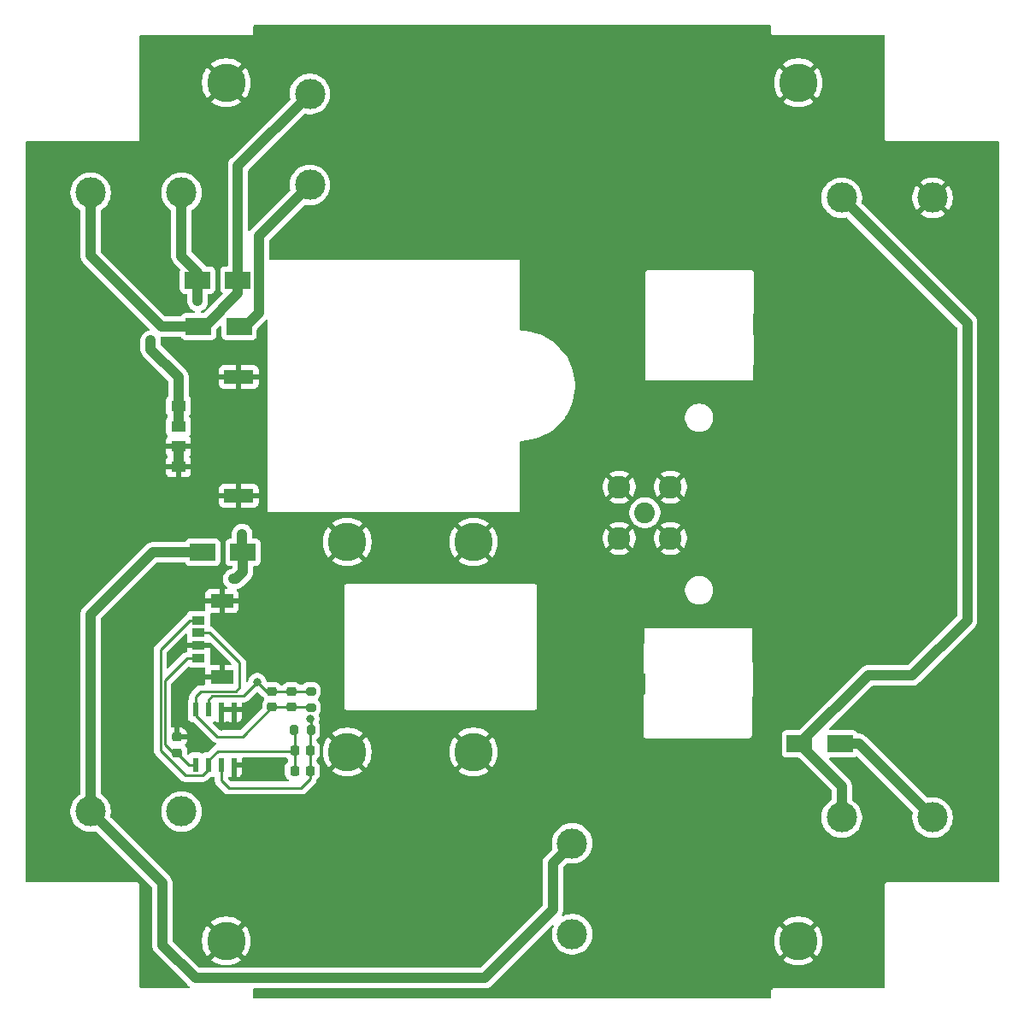
<source format=gbl>
%TF.GenerationSoftware,KiCad,Pcbnew,9.0.1*%
%TF.CreationDate,2025-04-07T03:16:16-07:00*%
%TF.ProjectId,ZPlus_Panel,5a506c75-735f-4506-916e-656c2e6b6963,2.4*%
%TF.SameCoordinates,Original*%
%TF.FileFunction,Copper,L4,Bot*%
%TF.FilePolarity,Positive*%
%FSLAX46Y46*%
G04 Gerber Fmt 4.6, Leading zero omitted, Abs format (unit mm)*
G04 Created by KiCad (PCBNEW 9.0.1) date 2025-04-07 03:16:16*
%MOMM*%
%LPD*%
G01*
G04 APERTURE LIST*
G04 Aperture macros list*
%AMRoundRect*
0 Rectangle with rounded corners*
0 $1 Rounding radius*
0 $2 $3 $4 $5 $6 $7 $8 $9 X,Y pos of 4 corners*
0 Add a 4 corners polygon primitive as box body*
4,1,4,$2,$3,$4,$5,$6,$7,$8,$9,$2,$3,0*
0 Add four circle primitives for the rounded corners*
1,1,$1+$1,$2,$3*
1,1,$1+$1,$4,$5*
1,1,$1+$1,$6,$7*
1,1,$1+$1,$8,$9*
0 Add four rect primitives between the rounded corners*
20,1,$1+$1,$2,$3,$4,$5,0*
20,1,$1+$1,$4,$5,$6,$7,0*
20,1,$1+$1,$6,$7,$8,$9,0*
20,1,$1+$1,$8,$9,$2,$3,0*%
G04 Aperture macros list end*
%TA.AperFunction,ComponentPad*%
%ADD10C,3.000000*%
%TD*%
%TA.AperFunction,ComponentPad*%
%ADD11C,2.600000*%
%TD*%
%TA.AperFunction,ConnectorPad*%
%ADD12C,3.800000*%
%TD*%
%TA.AperFunction,SMDPad,CuDef*%
%ADD13R,2.500000X1.700000*%
%TD*%
%TA.AperFunction,SMDPad,CuDef*%
%ADD14RoundRect,0.225000X-0.250000X0.225000X-0.250000X-0.225000X0.250000X-0.225000X0.250000X0.225000X0*%
%TD*%
%TA.AperFunction,SMDPad,CuDef*%
%ADD15R,0.533400X1.460500*%
%TD*%
%TA.AperFunction,SMDPad,CuDef*%
%ADD16RoundRect,0.225000X0.225000X0.250000X-0.225000X0.250000X-0.225000X-0.250000X0.225000X-0.250000X0*%
%TD*%
%TA.AperFunction,SMDPad,CuDef*%
%ADD17RoundRect,0.225000X0.250000X-0.225000X0.250000X0.225000X-0.250000X0.225000X-0.250000X-0.225000X0*%
%TD*%
%TA.AperFunction,SMDPad,CuDef*%
%ADD18RoundRect,0.200000X0.200000X0.275000X-0.200000X0.275000X-0.200000X-0.275000X0.200000X-0.275000X0*%
%TD*%
%TA.AperFunction,SMDPad,CuDef*%
%ADD19R,1.295400X0.838200*%
%TD*%
%TA.AperFunction,SMDPad,CuDef*%
%ADD20R,2.260600X1.397000*%
%TD*%
%TA.AperFunction,SMDPad,CuDef*%
%ADD21R,1.450000X1.100000*%
%TD*%
%TA.AperFunction,SMDPad,CuDef*%
%ADD22R,2.899999X1.350000*%
%TD*%
%TA.AperFunction,SMDPad,CuDef*%
%ADD23RoundRect,0.200000X-0.275000X0.200000X-0.275000X-0.200000X0.275000X-0.200000X0.275000X0.200000X0*%
%TD*%
%TA.AperFunction,ComponentPad*%
%ADD24C,2.050000*%
%TD*%
%TA.AperFunction,ComponentPad*%
%ADD25C,2.250000*%
%TD*%
%TA.AperFunction,ViaPad*%
%ADD26C,0.800000*%
%TD*%
%TA.AperFunction,Conductor*%
%ADD27C,0.342400*%
%TD*%
%TA.AperFunction,Conductor*%
%ADD28C,1.000000*%
%TD*%
%TA.AperFunction,Conductor*%
%ADD29C,0.250000*%
%TD*%
G04 APERTURE END LIST*
D10*
%TO.P,SC2,1,+*%
%TO.N,Net-(D1-A)*%
X106738000Y-56893200D03*
%TO.P,SC2,2,-*%
%TO.N,Net-(D2-A)*%
X115738000Y-56893200D03*
%TD*%
D11*
%TO.P,H2,1,1*%
%TO.N,GND*%
X120163000Y-46000000D03*
D12*
X120163000Y-46000000D03*
%TD*%
D10*
%TO.P,SC4,1,+*%
%TO.N,Net-(D3-A)*%
X154438000Y-121350000D03*
%TO.P,SC4,2,-*%
%TO.N,Net-(D4-A)*%
X154438000Y-130350000D03*
%TD*%
D11*
%TO.P,H4,1,1*%
%TO.N,GND*%
X132163000Y-112293200D03*
D12*
X132163000Y-112293200D03*
%TD*%
D11*
%TO.P,H8,1,1*%
%TO.N,GND*%
X144663000Y-112293200D03*
D12*
X144663000Y-112293200D03*
%TD*%
D11*
%TO.P,H7,1,1*%
%TO.N,GND*%
X144663000Y-91493200D03*
D12*
X144663000Y-91493200D03*
%TD*%
D11*
%TO.P,H5,1,1*%
%TO.N,GND*%
X176837000Y-46000000D03*
D12*
X176837000Y-46000000D03*
%TD*%
D10*
%TO.P,SC1,1,+*%
%TO.N,Net-(D0-A)*%
X128463000Y-56118200D03*
%TO.P,SC1,2,-*%
%TO.N,Net-(D1-A)*%
X128463000Y-47118200D03*
%TD*%
%TO.P,SC6,1,+*%
%TO.N,Net-(D5-A)*%
X181138000Y-57393200D03*
%TO.P,SC6,2,-*%
%TO.N,GND*%
X190138000Y-57393200D03*
%TD*%
%TO.P,SC3,1,+*%
%TO.N,Net-(D2-A)*%
X115738000Y-118193200D03*
%TO.P,SC3,2,-*%
%TO.N,Net-(D3-A)*%
X106738000Y-118193200D03*
%TD*%
D11*
%TO.P,H6,1,1*%
%TO.N,GND*%
X176837000Y-131000000D03*
D12*
X176837000Y-131000000D03*
%TD*%
D10*
%TO.P,SC5,1,+*%
%TO.N,Net-(D4-A)*%
X190138000Y-118793200D03*
%TO.P,SC5,2,-*%
%TO.N,Net-(D5-A)*%
X181138000Y-118793200D03*
%TD*%
D11*
%TO.P,H1,1,1*%
%TO.N,GND*%
X120163000Y-131000000D03*
D12*
X120163000Y-131000000D03*
%TD*%
D11*
%TO.P,H3,1,1*%
%TO.N,GND*%
X132163000Y-91493200D03*
D12*
X132163000Y-91493200D03*
%TD*%
D13*
%TO.P,D2,1,K*%
%TO.N,Net-(D1-A)*%
X121338000Y-65543200D03*
%TO.P,D2,2,A*%
%TO.N,Net-(D2-A)*%
X117338000Y-65543200D03*
%TD*%
D14*
%TO.P,C1,1*%
%TO.N,/Photodiodes and Op-Amp/IN1-*%
X124713000Y-106318200D03*
%TO.P,C1,2*%
%TO.N,/OUT1*%
X124713000Y-107868200D03*
%TD*%
D15*
%TO.P,U1,1*%
%TO.N,/OUT1*%
X117133000Y-108119050D03*
%TO.P,U1,2,-*%
%TO.N,/Photodiodes and Op-Amp/IN1-*%
X118403000Y-108119050D03*
%TO.P,U1,3,+*%
%TO.N,GND*%
X119673000Y-108119050D03*
%TO.P,U1,4,V-*%
X120943000Y-108119050D03*
%TO.P,U1,5,+*%
X120943000Y-113567350D03*
%TO.P,U1,6,-*%
%TO.N,/Photodiodes and Op-Amp/IN2-*%
X119673000Y-113567350D03*
%TO.P,U1,7*%
%TO.N,/OUT2*%
X118403000Y-113567350D03*
%TO.P,U1,8,V+*%
%TO.N,/3V3*%
X117133000Y-113567350D03*
%TD*%
D13*
%TO.P,D3,1,K*%
%TO.N,Net-(D2-A)*%
X121838000Y-92518200D03*
%TO.P,D3,2,A*%
%TO.N,Net-(D3-A)*%
X117838000Y-92518200D03*
%TD*%
D16*
%TO.P,C3,1*%
%TO.N,/Photodiodes and Op-Amp/IN2-*%
X128488000Y-114155700D03*
%TO.P,C3,2*%
%TO.N,/OUT2*%
X126938000Y-114155700D03*
%TD*%
D17*
%TO.P,C5,1*%
%TO.N,/3V3*%
X115288000Y-112368200D03*
%TO.P,C5,2*%
%TO.N,GND*%
X115288000Y-110818200D03*
%TD*%
D18*
%TO.P,R2,1*%
%TO.N,/Photodiodes and Op-Amp/IN2-*%
X128538000Y-110105700D03*
%TO.P,R2,2*%
%TO.N,/OUT2*%
X126888000Y-110105700D03*
%TD*%
D19*
%TO.P,J2,1,Pin_1*%
%TO.N,/OUT2*%
X117438000Y-99243200D03*
%TO.P,J2,2,Pin_2*%
%TO.N,/OUT1*%
X117438000Y-100493200D03*
%TO.P,J2,3,Pin_3*%
%TO.N,GND*%
X117438000Y-101743200D03*
%TO.P,J2,4,Pin_4*%
%TO.N,/3V3*%
X117438000Y-102993200D03*
D20*
%TO.P,J2,MP,MountPin*%
%TO.N,GND*%
X119732890Y-104893201D03*
X119732890Y-97343199D03*
%TD*%
D13*
%TO.P,D1,1,K*%
%TO.N,Net-(D0-A)*%
X121438000Y-70143200D03*
%TO.P,D1,2,A*%
%TO.N,Net-(D1-A)*%
X117438000Y-70143200D03*
%TD*%
D16*
%TO.P,C4,1*%
%TO.N,/Photodiodes and Op-Amp/IN2-*%
X128488000Y-112130700D03*
%TO.P,C4,2*%
%TO.N,/OUT2*%
X126938000Y-112130700D03*
%TD*%
D14*
%TO.P,C2,1*%
%TO.N,/Photodiodes and Op-Amp/IN1-*%
X126638000Y-106318200D03*
%TO.P,C2,2*%
%TO.N,/OUT1*%
X126638000Y-107868200D03*
%TD*%
D13*
%TO.P,D5,1,K*%
%TO.N,Net-(D4-A)*%
X180963000Y-111493200D03*
%TO.P,D5,2,A*%
%TO.N,Net-(D5-A)*%
X176963000Y-111493200D03*
%TD*%
D21*
%TO.P,J4,1,Pin_1*%
%TO.N,VSOLAR*%
X115438001Y-78028550D03*
%TO.P,J4,2,Pin_2*%
X115438001Y-80028551D03*
%TO.P,J4,3,Pin_3*%
%TO.N,GND*%
X115438001Y-82028550D03*
%TO.P,J4,4,Pin_4*%
X115438001Y-84028551D03*
D22*
%TO.P,J4,MP,MountPin*%
X121413000Y-86923549D03*
X121413000Y-75133552D03*
%TD*%
D23*
%TO.P,R1,1*%
%TO.N,/Photodiodes and Op-Amp/IN1-*%
X128538000Y-106268200D03*
%TO.P,R1,2*%
%TO.N,/OUT1*%
X128538000Y-107918200D03*
%TD*%
D24*
%TO.P,J1,1,In*%
%TO.N,Net-(J1-In)*%
X161638000Y-88593200D03*
D25*
%TO.P,J1,2,Ext*%
%TO.N,GND*%
X159098000Y-91133200D03*
X164178000Y-91133200D03*
X159098000Y-86053200D03*
X164178000Y-86053200D03*
%TD*%
D26*
%TO.N,GND*%
X159563000Y-107668200D03*
X172313000Y-87693200D03*
X167038000Y-91993200D03*
X158838000Y-79193200D03*
X167038000Y-87193200D03*
X159038000Y-68993200D03*
X159563000Y-99668200D03*
X196038000Y-86218200D03*
X157938000Y-105218200D03*
X167038000Y-85393200D03*
X173390000Y-109609200D03*
X173390000Y-111609200D03*
X119688000Y-109743200D03*
X160838000Y-100793200D03*
X173390000Y-70049200D03*
X157938000Y-103218200D03*
X160838000Y-104793200D03*
X160638000Y-70593200D03*
X173390000Y-68049200D03*
X157938000Y-107218200D03*
X173390000Y-107609200D03*
X159038000Y-70993200D03*
X117088000Y-110943200D03*
X167038000Y-90193200D03*
X173390000Y-103609200D03*
X159563000Y-111668200D03*
X157688000Y-68093200D03*
X160638000Y-66593200D03*
X159038000Y-64993200D03*
X157938000Y-111218200D03*
X173738000Y-85693200D03*
X160638000Y-64993200D03*
X160838000Y-110193200D03*
X172313000Y-85693200D03*
X173738000Y-91693200D03*
X157938000Y-101218200D03*
X157513000Y-81668200D03*
X160638000Y-63593200D03*
X158838000Y-81193200D03*
X158838000Y-97793200D03*
X157688000Y-76093200D03*
X157688000Y-70093200D03*
X158838000Y-83593200D03*
X159563000Y-109668200D03*
X157938000Y-99218200D03*
X157763000Y-97293200D03*
X115738000Y-101793200D03*
X122338000Y-114643200D03*
X164912000Y-83669200D03*
X173390000Y-74049200D03*
X160838000Y-102793200D03*
X144513000Y-43168200D03*
X172313000Y-83693200D03*
X147713000Y-130343200D03*
X158838000Y-93793200D03*
X173390000Y-105609200D03*
X160638000Y-72593200D03*
X173390000Y-72049200D03*
X153888000Y-50243200D03*
X102313000Y-123868200D03*
X158838000Y-75193200D03*
X172313000Y-89693200D03*
X160838000Y-111993200D03*
X158838000Y-73193200D03*
X157513000Y-83668200D03*
X157613000Y-77993200D03*
X172313000Y-91693200D03*
X158838000Y-95793200D03*
X159038000Y-66993200D03*
X157763000Y-95293200D03*
X157613000Y-79993200D03*
X119338000Y-102893200D03*
X160838000Y-106793200D03*
X173390000Y-101609200D03*
X159563000Y-105668200D03*
X121338000Y-125293200D03*
X162912000Y-83669200D03*
X159038000Y-63593200D03*
X157938000Y-109218200D03*
X157688000Y-72093200D03*
X172763000Y-136093200D03*
X159738000Y-131843200D03*
X173390000Y-64049200D03*
X157688000Y-74093200D03*
X160838000Y-108793200D03*
X173390000Y-66049200D03*
X122938000Y-113818200D03*
X159563000Y-101668200D03*
X159563000Y-103668200D03*
X122488000Y-108043200D03*
X115638000Y-109293200D03*
X173738000Y-87693200D03*
X173738000Y-83693200D03*
X173738000Y-89693200D03*
X155038000Y-126543200D03*
X160638000Y-68593200D03*
X157363000Y-93843200D03*
X160912000Y-83669200D03*
X166912000Y-83669200D03*
X158838000Y-77193200D03*
X160638000Y-74593200D03*
%TO.N,VSOLAR*%
X112688000Y-71543200D03*
%TO.N,Net-(D2-A)*%
X120863000Y-95143200D03*
X121738000Y-90693200D03*
X117338000Y-67643200D03*
%TO.N,/Photodiodes and Op-Amp/IN1-*%
X123238000Y-105393200D03*
%TO.N,/Photodiodes and Op-Amp/IN2-*%
X128488000Y-108993200D03*
%TD*%
D27*
%TO.N,GND*%
X120943000Y-108119050D02*
X119673000Y-108119050D01*
X119688000Y-109743200D02*
X119688000Y-109693200D01*
X122687150Y-113567350D02*
X122938000Y-113818200D01*
D28*
X115438001Y-84028551D02*
X115438001Y-82028550D01*
D27*
X119673000Y-109678200D02*
X119673000Y-108119050D01*
X119688000Y-109693200D02*
X119673000Y-109678200D01*
X120943000Y-113567350D02*
X122687150Y-113567350D01*
D28*
%TO.N,VSOLAR*%
X112688000Y-71543200D02*
X112688000Y-72418200D01*
X112688000Y-72418200D02*
X115438001Y-75168201D01*
X115438001Y-78028550D02*
X115438001Y-80028551D01*
X115438001Y-75168201D02*
X115438001Y-78028550D01*
%TO.N,Net-(D1-A)*%
X121338000Y-54243200D02*
X128463000Y-47118200D01*
X106738000Y-63143200D02*
X113738000Y-70143200D01*
X121338000Y-66843200D02*
X121338000Y-65543200D01*
X118038000Y-70143200D02*
X121338000Y-66843200D01*
X121338000Y-65543200D02*
X121338000Y-54243200D01*
X113738000Y-70143200D02*
X117438000Y-70143200D01*
X117438000Y-70143200D02*
X118038000Y-70143200D01*
X106738000Y-56893200D02*
X106738000Y-63143200D01*
%TO.N,Net-(D2-A)*%
X115738000Y-56893200D02*
X116038000Y-56893200D01*
X116038000Y-56893200D02*
X116163000Y-56768200D01*
X121838000Y-92518200D02*
X121838000Y-94418200D01*
X117338000Y-67643200D02*
X117338000Y-65543200D01*
X121738000Y-92418200D02*
X121838000Y-92518200D01*
X117338000Y-65543200D02*
X117338000Y-64793200D01*
X121738000Y-90693200D02*
X121738000Y-92418200D01*
X121113000Y-95143200D02*
X120863000Y-95143200D01*
X121838000Y-94418200D02*
X121113000Y-95143200D01*
X115738000Y-63193200D02*
X115738000Y-56893200D01*
X117338000Y-64793200D02*
X115738000Y-63193200D01*
%TO.N,Net-(D3-A)*%
X154438000Y-121412000D02*
X154438000Y-121393200D01*
X145763000Y-134693200D02*
X152530000Y-127926200D01*
X113838000Y-125293200D02*
X113838000Y-131418200D01*
X117113000Y-134693200D02*
X145763000Y-134693200D01*
X112888000Y-92518200D02*
X106738000Y-98668200D01*
X117838000Y-92518200D02*
X112888000Y-92518200D01*
X152530000Y-127926200D02*
X152530000Y-123320000D01*
X152530000Y-123320000D02*
X154438000Y-121412000D01*
X106738000Y-98668200D02*
X106738000Y-118193200D01*
X113838000Y-131418200D02*
X117113000Y-134693200D01*
X106738000Y-118193200D02*
X113838000Y-125293200D01*
%TO.N,Net-(D4-A)*%
X182838000Y-111493200D02*
X190138000Y-118793200D01*
X180963000Y-111493200D02*
X182838000Y-111493200D01*
%TO.N,Net-(D5-A)*%
X181138000Y-115668200D02*
X176963000Y-111493200D01*
X181138000Y-57393200D02*
X193563000Y-69818200D01*
X193563000Y-69818200D02*
X193563000Y-99243200D01*
X193563000Y-99243200D02*
X188088000Y-104718200D01*
X181138000Y-118793200D02*
X181138000Y-115668200D01*
X188088000Y-104718200D02*
X183738000Y-104718200D01*
X183738000Y-104718200D02*
X176963000Y-111493200D01*
%TO.N,Net-(D0-A)*%
X128463000Y-56118200D02*
X123388000Y-61193200D01*
X123388000Y-68793200D02*
X122113000Y-70068200D01*
X123388000Y-61193200D02*
X123388000Y-68793200D01*
D29*
%TO.N,/OUT1*%
X117133000Y-106848200D02*
X117133000Y-108119050D01*
X121497190Y-105895610D02*
X121088000Y-106304800D01*
X117133000Y-108650497D02*
X117133000Y-108119050D01*
X121804000Y-110777200D02*
X119259703Y-110777200D01*
X121088000Y-106304800D02*
X117676400Y-106304800D01*
X117438000Y-100493200D02*
X118522800Y-100493200D01*
X118522800Y-100493200D02*
X121497190Y-103467590D01*
X126638000Y-107868200D02*
X128488000Y-107868200D01*
X128488000Y-107868200D02*
X128538000Y-107918200D01*
X117676400Y-106304800D02*
X117133000Y-106848200D01*
X119259703Y-110777200D02*
X117133000Y-108650497D01*
X124713000Y-107868200D02*
X121804000Y-110777200D01*
X121497190Y-103467590D02*
X121497190Y-105895610D01*
X124713000Y-107868200D02*
X126638000Y-107868200D01*
%TO.N,/Photodiodes and Op-Amp/IN1-*%
X124713000Y-106318200D02*
X124163000Y-106318200D01*
X126688000Y-106268200D02*
X126638000Y-106318200D01*
X121876400Y-106754800D02*
X118772300Y-106754800D01*
X123238000Y-105393200D02*
X121876400Y-106754800D01*
X128538000Y-106268200D02*
X126688000Y-106268200D01*
X124163000Y-106318200D02*
X123238000Y-105393200D01*
X126638000Y-106318200D02*
X124713000Y-106318200D01*
X118403000Y-107124100D02*
X118403000Y-108119050D01*
X118772300Y-106754800D02*
X118403000Y-107124100D01*
%TO.N,/OUT2*%
X126788000Y-110005700D02*
X126888000Y-110105700D01*
X126938000Y-112130700D02*
X126938000Y-114155700D01*
X118403000Y-114030900D02*
X118403000Y-113567350D01*
X113638000Y-112143200D02*
X116118400Y-114623600D01*
X126588000Y-113805700D02*
X126938000Y-114155700D01*
X113638000Y-102145500D02*
X113638000Y-112143200D01*
X119313600Y-112193200D02*
X126613000Y-112193200D01*
X126938000Y-112130700D02*
X126938000Y-110155700D01*
X116540300Y-99243200D02*
X113638000Y-102145500D01*
X118403000Y-113567350D02*
X118403000Y-113103800D01*
X117810300Y-114623600D02*
X118403000Y-114030900D01*
X126938000Y-110155700D02*
X126888000Y-110105700D01*
X117438000Y-99243200D02*
X116540300Y-99243200D01*
X118403000Y-113103800D02*
X119313600Y-112193200D01*
X116118400Y-114623600D02*
X117810300Y-114623600D01*
%TO.N,/Photodiodes and Op-Amp/IN2-*%
X127563000Y-115868200D02*
X128488000Y-114943200D01*
X128513000Y-110080700D02*
X128538000Y-110105700D01*
X128538000Y-109043200D02*
X128488000Y-108993200D01*
X120413000Y-115868200D02*
X127563000Y-115868200D01*
X128488000Y-110155700D02*
X128538000Y-110105700D01*
X128488000Y-112130700D02*
X128488000Y-114155700D01*
X128488000Y-114943200D02*
X128488000Y-112955700D01*
X119673000Y-115128200D02*
X120413000Y-115868200D01*
X119673000Y-113567350D02*
X119673000Y-115128200D01*
X128488000Y-112130700D02*
X128488000Y-110155700D01*
X128538000Y-110105700D02*
X128538000Y-109043200D01*
%TO.N,/3V3*%
X114088000Y-105243200D02*
X114088000Y-111533490D01*
X116313000Y-103018200D02*
X114088000Y-105243200D01*
X114088000Y-111533490D02*
X114922710Y-112368200D01*
X116487150Y-113567350D02*
X117133000Y-113567350D01*
X114922710Y-112368200D02*
X115288000Y-112368200D01*
X117488000Y-103018200D02*
X116313000Y-103018200D01*
X115288000Y-112368200D02*
X116487150Y-113567350D01*
%TD*%
%TA.AperFunction,Conductor*%
%TO.N,GND*%
G36*
X126139292Y-112846085D02*
G01*
X126151403Y-112856429D01*
X126254955Y-112959981D01*
X126254957Y-112959982D01*
X126254960Y-112959985D01*
X126256282Y-112960800D01*
X126256876Y-112961500D01*
X126259594Y-112963649D01*
X126259163Y-112964193D01*
X126269097Y-112975892D01*
X126285115Y-112987530D01*
X126288918Y-112999234D01*
X126296884Y-113008616D01*
X126304500Y-113047190D01*
X126304500Y-113178972D01*
X126285115Y-113238632D01*
X126259391Y-113263366D01*
X126184168Y-113313628D01*
X126184163Y-113313632D01*
X126095932Y-113401863D01*
X126095925Y-113401872D01*
X126026602Y-113505621D01*
X126026597Y-113505630D01*
X125978847Y-113620907D01*
X125978845Y-113620913D01*
X125954500Y-113743305D01*
X125954500Y-113868094D01*
X125977550Y-113983974D01*
X125979500Y-114003776D01*
X125979500Y-114454575D01*
X125989763Y-114555032D01*
X125989764Y-114555037D01*
X126043697Y-114717800D01*
X126043698Y-114717803D01*
X126133708Y-114863731D01*
X126133713Y-114863737D01*
X126133715Y-114863740D01*
X126254960Y-114984985D01*
X126254963Y-114984986D01*
X126254968Y-114984991D01*
X126355195Y-115046812D01*
X126395796Y-115094631D01*
X126400536Y-115157182D01*
X126367604Y-115210573D01*
X126309579Y-115234410D01*
X126301910Y-115234700D01*
X120717446Y-115234700D01*
X120657786Y-115215315D01*
X120645675Y-115204971D01*
X120374967Y-114934263D01*
X120346488Y-114878370D01*
X120356301Y-114816412D01*
X120400658Y-114772055D01*
X120462616Y-114762242D01*
X120482209Y-114767392D01*
X120567208Y-114799095D01*
X120567210Y-114799096D01*
X120627692Y-114805598D01*
X120627720Y-114805600D01*
X120689000Y-114805600D01*
X121197000Y-114805600D01*
X121258280Y-114805600D01*
X121258307Y-114805598D01*
X121318789Y-114799096D01*
X121318791Y-114799095D01*
X121455659Y-114748046D01*
X121455661Y-114748045D01*
X121572603Y-114660503D01*
X121660145Y-114543561D01*
X121660146Y-114543559D01*
X121711195Y-114406691D01*
X121711196Y-114406689D01*
X121717698Y-114346207D01*
X121717700Y-114346180D01*
X121717700Y-113821350D01*
X121197000Y-113821350D01*
X121197000Y-114805600D01*
X120689000Y-114805600D01*
X120689000Y-113668850D01*
X120708385Y-113609190D01*
X120759135Y-113572318D01*
X120790500Y-113567350D01*
X120943000Y-113567350D01*
X120943000Y-113414850D01*
X120962385Y-113355190D01*
X121013135Y-113318318D01*
X121044500Y-113313350D01*
X121717700Y-113313350D01*
X121717700Y-112928200D01*
X121737085Y-112868540D01*
X121787835Y-112831668D01*
X121819200Y-112826700D01*
X126079632Y-112826700D01*
X126139292Y-112846085D01*
G37*
%TD.AperFunction*%
%TA.AperFunction,Conductor*%
G36*
X116226380Y-100552209D02*
G01*
X116270737Y-100596566D01*
X116281800Y-100642646D01*
X116281800Y-100960938D01*
X116288311Y-101021501D01*
X116311414Y-101083447D01*
X116314099Y-101146120D01*
X116311414Y-101154383D01*
X116288804Y-101215005D01*
X116288803Y-101215010D01*
X116282301Y-101275492D01*
X116282300Y-101275519D01*
X116282300Y-101489200D01*
X118580854Y-101489200D01*
X118640514Y-101508585D01*
X118652625Y-101518929D01*
X120647126Y-103513430D01*
X120675605Y-103569323D01*
X120665792Y-103631281D01*
X120621435Y-103675638D01*
X120575355Y-103686701D01*
X119986890Y-103686701D01*
X119986890Y-104791701D01*
X119967505Y-104851361D01*
X119916755Y-104888233D01*
X119885390Y-104893201D01*
X119732890Y-104893201D01*
X119732890Y-105045701D01*
X119713505Y-105105361D01*
X119662755Y-105142233D01*
X119631390Y-105147201D01*
X118094590Y-105147201D01*
X118094590Y-105569800D01*
X118075205Y-105629460D01*
X118024455Y-105666332D01*
X117993090Y-105671300D01*
X117614005Y-105671300D01*
X117491613Y-105695645D01*
X117491611Y-105695646D01*
X117464686Y-105706799D01*
X117376325Y-105743398D01*
X117272564Y-105812729D01*
X117272561Y-105812732D01*
X116729167Y-106356129D01*
X116640932Y-106444363D01*
X116640925Y-106444372D01*
X116571602Y-106548121D01*
X116571597Y-106548130D01*
X116523847Y-106663407D01*
X116523845Y-106663413D01*
X116499500Y-106785805D01*
X116499500Y-106996483D01*
X116480115Y-107056143D01*
X116479255Y-107057309D01*
X116415411Y-107142595D01*
X116415410Y-107142596D01*
X116364312Y-107279595D01*
X116364311Y-107279599D01*
X116357800Y-107340162D01*
X116357800Y-108897938D01*
X116364311Y-108958501D01*
X116415411Y-109095504D01*
X116503039Y-109212561D01*
X116620096Y-109300189D01*
X116757099Y-109351289D01*
X116817662Y-109357800D01*
X116902357Y-109357800D01*
X116962017Y-109377185D01*
X116974128Y-109387529D01*
X118855870Y-111269271D01*
X118959628Y-111338600D01*
X118959633Y-111338602D01*
X119074910Y-111386352D01*
X119074911Y-111386352D01*
X119074918Y-111386355D01*
X119105586Y-111392455D01*
X119160319Y-111423106D01*
X119186581Y-111480075D01*
X119174344Y-111541600D01*
X119128279Y-111584181D01*
X119124629Y-111585778D01*
X119013527Y-111631799D01*
X119013521Y-111631802D01*
X118909772Y-111701125D01*
X118909763Y-111701132D01*
X118312025Y-112298871D01*
X118256132Y-112327350D01*
X118240254Y-112328600D01*
X118087661Y-112328600D01*
X118027099Y-112335111D01*
X118027095Y-112335112D01*
X117890098Y-112386209D01*
X117828826Y-112432077D01*
X117769448Y-112452311D01*
X117709517Y-112433779D01*
X117707174Y-112432077D01*
X117645901Y-112386209D01*
X117508904Y-112335112D01*
X117508903Y-112335111D01*
X117508901Y-112335111D01*
X117448338Y-112328600D01*
X116817662Y-112328600D01*
X116817661Y-112328600D01*
X116757099Y-112335111D01*
X116757095Y-112335112D01*
X116620098Y-112386210D01*
X116620097Y-112386210D01*
X116620096Y-112386211D01*
X116562173Y-112429572D01*
X116503037Y-112473840D01*
X116481834Y-112502164D01*
X116462975Y-112515457D01*
X116446661Y-112531772D01*
X116437852Y-112533167D01*
X116430562Y-112538306D01*
X116407489Y-112537976D01*
X116384703Y-112541585D01*
X116376757Y-112537536D01*
X116367838Y-112537409D01*
X116328810Y-112513106D01*
X116301229Y-112485525D01*
X116272750Y-112429632D01*
X116271500Y-112413754D01*
X116271500Y-112094324D01*
X116261236Y-111993867D01*
X116261236Y-111993864D01*
X116207302Y-111831099D01*
X116207301Y-111831096D01*
X116117291Y-111685168D01*
X116117286Y-111685163D01*
X116117285Y-111685160D01*
X116096743Y-111664618D01*
X116068264Y-111608725D01*
X116078077Y-111546767D01*
X116096744Y-111521074D01*
X116116893Y-111500925D01*
X116206845Y-111355090D01*
X116206846Y-111355087D01*
X116260743Y-111192436D01*
X116260744Y-111192432D01*
X116271000Y-111092047D01*
X116271000Y-111072200D01*
X115389500Y-111072200D01*
X115329840Y-111052815D01*
X115292968Y-111002065D01*
X115288000Y-110970700D01*
X115288000Y-110818200D01*
X115135500Y-110818200D01*
X115075840Y-110798815D01*
X115038968Y-110748065D01*
X115034000Y-110716700D01*
X115034000Y-110564200D01*
X115542000Y-110564200D01*
X116271000Y-110564200D01*
X116271000Y-110544352D01*
X116260744Y-110443967D01*
X116260743Y-110443963D01*
X116206846Y-110281312D01*
X116206845Y-110281309D01*
X116116892Y-110135473D01*
X116116889Y-110135469D01*
X115995730Y-110014310D01*
X115995726Y-110014307D01*
X115849890Y-109924354D01*
X115849887Y-109924353D01*
X115687236Y-109870456D01*
X115687232Y-109870455D01*
X115586847Y-109860200D01*
X115542000Y-109860200D01*
X115542000Y-110564200D01*
X115034000Y-110564200D01*
X115034000Y-109860200D01*
X114989153Y-109860200D01*
X114888767Y-109870455D01*
X114888763Y-109870456D01*
X114854926Y-109881669D01*
X114792197Y-109882034D01*
X114741233Y-109845458D01*
X114721502Y-109785912D01*
X114721500Y-109785321D01*
X114721500Y-105547645D01*
X114740885Y-105487985D01*
X114751223Y-105475880D01*
X116378863Y-103848239D01*
X116434754Y-103819762D01*
X116496712Y-103829575D01*
X116511454Y-103838753D01*
X116544096Y-103863189D01*
X116544097Y-103863189D01*
X116544098Y-103863190D01*
X116589763Y-103880222D01*
X116681099Y-103914289D01*
X116741662Y-103920800D01*
X116741672Y-103920800D01*
X118016377Y-103920800D01*
X118076037Y-103940185D01*
X118112909Y-103990935D01*
X118112909Y-104053665D01*
X118111478Y-104057769D01*
X118101094Y-104085610D01*
X118101093Y-104085611D01*
X118094591Y-104146093D01*
X118094590Y-104146120D01*
X118094590Y-104639201D01*
X119478890Y-104639201D01*
X119478890Y-103686701D01*
X118672260Y-103686701D01*
X118612600Y-103667316D01*
X118575728Y-103616566D01*
X118575728Y-103553836D01*
X118577160Y-103549730D01*
X118587689Y-103521501D01*
X118594200Y-103460938D01*
X118594200Y-102525462D01*
X118587689Y-102464899D01*
X118580172Y-102444747D01*
X118564585Y-102402954D01*
X118561898Y-102340282D01*
X118564585Y-102332013D01*
X118587193Y-102271397D01*
X118587196Y-102271386D01*
X118593698Y-102210907D01*
X118593700Y-102210880D01*
X118593700Y-101997200D01*
X116282300Y-101997200D01*
X116282300Y-102210880D01*
X116282301Y-102210907D01*
X116289483Y-102277707D01*
X116287821Y-102277885D01*
X116283325Y-102332507D01*
X116242413Y-102380061D01*
X116209495Y-102392877D01*
X116128212Y-102409045D01*
X116128207Y-102409047D01*
X116012930Y-102456797D01*
X116012921Y-102456802D01*
X115909172Y-102526125D01*
X115909163Y-102526132D01*
X114444771Y-103990525D01*
X114388878Y-104019004D01*
X114326920Y-104009191D01*
X114282563Y-103964834D01*
X114271500Y-103918754D01*
X114271500Y-102449946D01*
X114290885Y-102390286D01*
X114301229Y-102378175D01*
X116108529Y-100570875D01*
X116164422Y-100542396D01*
X116226380Y-100552209D01*
G37*
%TD.AperFunction*%
%TA.AperFunction,Conductor*%
G36*
X123284079Y-106342209D02*
G01*
X123309770Y-106360875D01*
X123759162Y-106810268D01*
X123763023Y-106813437D01*
X123761405Y-106815408D01*
X123789339Y-106850816D01*
X123791202Y-106849948D01*
X123793700Y-106855305D01*
X123883708Y-107001231D01*
X123883713Y-107001237D01*
X123883715Y-107001240D01*
X123883718Y-107001243D01*
X123903904Y-107021429D01*
X123932383Y-107077322D01*
X123922570Y-107139280D01*
X123903904Y-107164971D01*
X123883718Y-107185156D01*
X123883708Y-107185168D01*
X123793698Y-107331096D01*
X123793697Y-107331099D01*
X123739764Y-107493862D01*
X123739763Y-107493867D01*
X123729500Y-107594324D01*
X123729500Y-107913754D01*
X123710115Y-107973414D01*
X123699771Y-107985525D01*
X121571325Y-110113971D01*
X121515432Y-110142450D01*
X121499554Y-110143700D01*
X119564149Y-110143700D01*
X119504489Y-110124315D01*
X119492378Y-110113971D01*
X118854740Y-109476333D01*
X118826261Y-109420440D01*
X118836074Y-109358482D01*
X118873073Y-109318268D01*
X118881615Y-109312978D01*
X118915904Y-109300189D01*
X118981187Y-109251318D01*
X118984978Y-109248971D01*
X119011302Y-109242520D01*
X119036965Y-109233775D01*
X119041400Y-109235146D01*
X119045907Y-109234042D01*
X119070994Y-109244296D01*
X119096896Y-109252305D01*
X119099243Y-109254010D01*
X119160338Y-109299745D01*
X119160340Y-109299746D01*
X119297208Y-109350795D01*
X119297210Y-109350796D01*
X119357692Y-109357298D01*
X119357720Y-109357300D01*
X119419000Y-109357300D01*
X119927000Y-109357300D01*
X119988280Y-109357300D01*
X119988307Y-109357298D01*
X120048789Y-109350796D01*
X120048791Y-109350795D01*
X120185659Y-109299746D01*
X120185661Y-109299745D01*
X120247173Y-109253698D01*
X120306550Y-109233463D01*
X120366481Y-109251994D01*
X120368827Y-109253698D01*
X120430338Y-109299745D01*
X120430340Y-109299746D01*
X120567208Y-109350795D01*
X120567210Y-109350796D01*
X120627692Y-109357298D01*
X120627720Y-109357300D01*
X120689000Y-109357300D01*
X121197000Y-109357300D01*
X121258280Y-109357300D01*
X121258307Y-109357298D01*
X121318789Y-109350796D01*
X121318791Y-109350795D01*
X121455659Y-109299746D01*
X121455661Y-109299745D01*
X121572603Y-109212203D01*
X121660145Y-109095261D01*
X121660146Y-109095259D01*
X121711195Y-108958391D01*
X121711196Y-108958389D01*
X121717698Y-108897907D01*
X121717700Y-108897880D01*
X121717700Y-108373050D01*
X121197000Y-108373050D01*
X121197000Y-109357300D01*
X120689000Y-109357300D01*
X120689000Y-108373050D01*
X119927000Y-108373050D01*
X119927000Y-109357300D01*
X119419000Y-109357300D01*
X119419000Y-108220550D01*
X119438385Y-108160890D01*
X119489135Y-108124018D01*
X119520500Y-108119050D01*
X119673000Y-108119050D01*
X119673000Y-107966550D01*
X119692385Y-107906890D01*
X119743135Y-107870018D01*
X119774500Y-107865050D01*
X121717700Y-107865050D01*
X121717700Y-107489800D01*
X121737085Y-107430140D01*
X121787835Y-107393268D01*
X121819200Y-107388300D01*
X121938794Y-107388300D01*
X122061185Y-107363955D01*
X122176475Y-107316200D01*
X122280233Y-107246871D01*
X123166230Y-106360873D01*
X123222121Y-106332396D01*
X123284079Y-106342209D01*
G37*
%TD.AperFunction*%
%TA.AperFunction,Conductor*%
G36*
X174107660Y-40319885D02*
G01*
X174144532Y-40370635D01*
X174149500Y-40402000D01*
X174149500Y-41039563D01*
X174169976Y-41115981D01*
X174169981Y-41115995D01*
X174202637Y-41172554D01*
X174209540Y-41184511D01*
X174209542Y-41184513D01*
X174209545Y-41184517D01*
X174265482Y-41240454D01*
X174265485Y-41240456D01*
X174265489Y-41240460D01*
X174293771Y-41256789D01*
X174334004Y-41280018D01*
X174334008Y-41280019D01*
X174334011Y-41280021D01*
X174334016Y-41280022D01*
X174334018Y-41280023D01*
X174410436Y-41300500D01*
X174410438Y-41300500D01*
X174489562Y-41300500D01*
X185298000Y-41300500D01*
X185357660Y-41319885D01*
X185394532Y-41370635D01*
X185399500Y-41402000D01*
X185399500Y-51539563D01*
X185419976Y-51615981D01*
X185419981Y-51615995D01*
X185452637Y-51672554D01*
X185459540Y-51684511D01*
X185459542Y-51684513D01*
X185459545Y-51684517D01*
X185515482Y-51740454D01*
X185515485Y-51740456D01*
X185515489Y-51740460D01*
X185543771Y-51756789D01*
X185584004Y-51780018D01*
X185584008Y-51780019D01*
X185584011Y-51780021D01*
X185584016Y-51780022D01*
X185584018Y-51780023D01*
X185660436Y-51800500D01*
X185660438Y-51800500D01*
X196598000Y-51800500D01*
X196657660Y-51819885D01*
X196694532Y-51870635D01*
X196699500Y-51902000D01*
X196699500Y-125098000D01*
X196680115Y-125157660D01*
X196629365Y-125194532D01*
X196598000Y-125199500D01*
X185660436Y-125199500D01*
X185584018Y-125219976D01*
X185584004Y-125219981D01*
X185515492Y-125259538D01*
X185515482Y-125259545D01*
X185459545Y-125315482D01*
X185459538Y-125315492D01*
X185419981Y-125384004D01*
X185419976Y-125384018D01*
X185399500Y-125460436D01*
X185399500Y-135598000D01*
X185380115Y-135657660D01*
X185329365Y-135694532D01*
X185298000Y-135699500D01*
X174410436Y-135699500D01*
X174334018Y-135719976D01*
X174334004Y-135719981D01*
X174265492Y-135759538D01*
X174265482Y-135759545D01*
X174209545Y-135815482D01*
X174209538Y-135815492D01*
X174169981Y-135884004D01*
X174169976Y-135884018D01*
X174149500Y-135960436D01*
X174149500Y-136598000D01*
X174130115Y-136657660D01*
X174079365Y-136694532D01*
X174048000Y-136699500D01*
X122952000Y-136699500D01*
X122892340Y-136680115D01*
X122855468Y-136629365D01*
X122850500Y-136598000D01*
X122850500Y-135960436D01*
X122830023Y-135884018D01*
X122830018Y-135884004D01*
X122812666Y-135853950D01*
X122799623Y-135792591D01*
X122825138Y-135735283D01*
X122879464Y-135703918D01*
X122900567Y-135701700D01*
X145862329Y-135701700D01*
X146057169Y-135662944D01*
X146240704Y-135586921D01*
X146405881Y-135476553D01*
X146546353Y-135336081D01*
X152420505Y-129461928D01*
X152476396Y-129433451D01*
X152538354Y-129443264D01*
X152582711Y-129487621D01*
X152592524Y-129549579D01*
X152586048Y-129572543D01*
X152532009Y-129703003D01*
X152532008Y-129703006D01*
X152463866Y-129957317D01*
X152463866Y-129957320D01*
X152429500Y-130218356D01*
X152429500Y-130481644D01*
X152444556Y-130596006D01*
X152463866Y-130742682D01*
X152532008Y-130996993D01*
X152532009Y-130996996D01*
X152545761Y-131030195D01*
X152632766Y-131240243D01*
X152764410Y-131468257D01*
X152924689Y-131677138D01*
X152924693Y-131677142D01*
X152924694Y-131677144D01*
X153110855Y-131863305D01*
X153110857Y-131863306D01*
X153110862Y-131863311D01*
X153319743Y-132023590D01*
X153547757Y-132155234D01*
X153791003Y-132255990D01*
X153791006Y-132255991D01*
X153844748Y-132270391D01*
X154045316Y-132324133D01*
X154045317Y-132324133D01*
X154045320Y-132324134D01*
X154306356Y-132358500D01*
X154306361Y-132358500D01*
X154569639Y-132358500D01*
X154569644Y-132358500D01*
X154830680Y-132324134D01*
X155084997Y-132255990D01*
X155328243Y-132155234D01*
X155556257Y-132023590D01*
X155765138Y-131863311D01*
X155951311Y-131677138D01*
X156111590Y-131468257D01*
X156243234Y-131240243D01*
X156343990Y-130996997D01*
X156379422Y-130864764D01*
X174429000Y-130864764D01*
X174429000Y-131135235D01*
X174459282Y-131403993D01*
X174519464Y-131667665D01*
X174519470Y-131667688D01*
X174608789Y-131922946D01*
X174608794Y-131922956D01*
X174726137Y-132166624D01*
X174726146Y-132166639D01*
X174870029Y-132395628D01*
X174870034Y-132395634D01*
X174964144Y-132513645D01*
X175898328Y-131579460D01*
X175997967Y-131716602D01*
X176120398Y-131839033D01*
X176257538Y-131938670D01*
X175323353Y-132872854D01*
X175441365Y-132966965D01*
X175441371Y-132966970D01*
X175670360Y-133110853D01*
X175670375Y-133110862D01*
X175914043Y-133228205D01*
X175914053Y-133228210D01*
X176169311Y-133317529D01*
X176169334Y-133317535D01*
X176433007Y-133377717D01*
X176433005Y-133377717D01*
X176701764Y-133407999D01*
X176701773Y-133408000D01*
X176972227Y-133408000D01*
X176972235Y-133407999D01*
X177240993Y-133377717D01*
X177504665Y-133317535D01*
X177504688Y-133317529D01*
X177759946Y-133228210D01*
X177759956Y-133228205D01*
X178003624Y-133110862D01*
X178003639Y-133110853D01*
X178232628Y-132966970D01*
X178232634Y-132966965D01*
X178350645Y-132872854D01*
X177416461Y-131938670D01*
X177553602Y-131839033D01*
X177676033Y-131716602D01*
X177775670Y-131579461D01*
X178709854Y-132513645D01*
X178803965Y-132395634D01*
X178803970Y-132395628D01*
X178947853Y-132166639D01*
X178947862Y-132166624D01*
X179065205Y-131922956D01*
X179065210Y-131922946D01*
X179154529Y-131667688D01*
X179154535Y-131667665D01*
X179214717Y-131403993D01*
X179244999Y-131135235D01*
X179245000Y-131135227D01*
X179245000Y-130864772D01*
X179244999Y-130864764D01*
X179214717Y-130596006D01*
X179154535Y-130332334D01*
X179154529Y-130332311D01*
X179065210Y-130077053D01*
X179065205Y-130077043D01*
X178947862Y-129833375D01*
X178947853Y-129833360D01*
X178803970Y-129604371D01*
X178803965Y-129604365D01*
X178709854Y-129486353D01*
X177775669Y-130420537D01*
X177676033Y-130283398D01*
X177553602Y-130160967D01*
X177416461Y-130061329D01*
X178350645Y-129127144D01*
X178232634Y-129033034D01*
X178232628Y-129033029D01*
X178003639Y-128889146D01*
X178003624Y-128889137D01*
X177759956Y-128771794D01*
X177759946Y-128771789D01*
X177504688Y-128682470D01*
X177504665Y-128682464D01*
X177240992Y-128622282D01*
X177240994Y-128622282D01*
X176972235Y-128592000D01*
X176701764Y-128592000D01*
X176433006Y-128622282D01*
X176169334Y-128682464D01*
X176169311Y-128682470D01*
X175914053Y-128771789D01*
X175914043Y-128771794D01*
X175670375Y-128889137D01*
X175670368Y-128889141D01*
X175441361Y-129033037D01*
X175441358Y-129033039D01*
X175323353Y-129127144D01*
X176257538Y-130061329D01*
X176120398Y-130160967D01*
X175997967Y-130283398D01*
X175898329Y-130420538D01*
X174964144Y-129486353D01*
X174870039Y-129604358D01*
X174870037Y-129604361D01*
X174726141Y-129833368D01*
X174726137Y-129833375D01*
X174608794Y-130077043D01*
X174608789Y-130077053D01*
X174519470Y-130332311D01*
X174519464Y-130332334D01*
X174459282Y-130596006D01*
X174429000Y-130864764D01*
X156379422Y-130864764D01*
X156412134Y-130742680D01*
X156446500Y-130481644D01*
X156446500Y-130218356D01*
X156412134Y-129957320D01*
X156343990Y-129703003D01*
X156243234Y-129459757D01*
X156111590Y-129231743D01*
X155951311Y-129022862D01*
X155951306Y-129022857D01*
X155951305Y-129022855D01*
X155765144Y-128836694D01*
X155765142Y-128836693D01*
X155765138Y-128836689D01*
X155556257Y-128676410D01*
X155328243Y-128544766D01*
X155328241Y-128544765D01*
X155084996Y-128444009D01*
X155084993Y-128444008D01*
X154830680Y-128375866D01*
X154830684Y-128375866D01*
X154714664Y-128360592D01*
X154569644Y-128341500D01*
X154306356Y-128341500D01*
X154143208Y-128362978D01*
X154045317Y-128375866D01*
X153791006Y-128444008D01*
X153791003Y-128444009D01*
X153553827Y-128542251D01*
X153491290Y-128547172D01*
X153437804Y-128514396D01*
X153413798Y-128456440D01*
X153423680Y-128409284D01*
X153421813Y-128408511D01*
X153437265Y-128371205D01*
X153499744Y-128220369D01*
X153538500Y-128025529D01*
X153538500Y-127826871D01*
X153538500Y-123779775D01*
X153557885Y-123720115D01*
X153568223Y-123708010D01*
X153930363Y-123345869D01*
X153986254Y-123317392D01*
X154028402Y-123319601D01*
X154031875Y-123320531D01*
X154045316Y-123324133D01*
X154045317Y-123324133D01*
X154045320Y-123324134D01*
X154306356Y-123358500D01*
X154306361Y-123358500D01*
X154569639Y-123358500D01*
X154569644Y-123358500D01*
X154830680Y-123324134D01*
X155084997Y-123255990D01*
X155328243Y-123155234D01*
X155556257Y-123023590D01*
X155765138Y-122863311D01*
X155951311Y-122677138D01*
X156111590Y-122468257D01*
X156243234Y-122240243D01*
X156343990Y-121996997D01*
X156412134Y-121742680D01*
X156446500Y-121481644D01*
X156446500Y-121218356D01*
X156412134Y-120957320D01*
X156370436Y-120801700D01*
X156343991Y-120703006D01*
X156343990Y-120703003D01*
X156243234Y-120459758D01*
X156243234Y-120459757D01*
X156111590Y-120231743D01*
X155951311Y-120022862D01*
X155951306Y-120022857D01*
X155951305Y-120022855D01*
X155765144Y-119836694D01*
X155765142Y-119836693D01*
X155765138Y-119836689D01*
X155556257Y-119676410D01*
X155328243Y-119544766D01*
X155328241Y-119544765D01*
X155084996Y-119444009D01*
X155084993Y-119444008D01*
X154830680Y-119375866D01*
X154830684Y-119375866D01*
X154714664Y-119360592D01*
X154569644Y-119341500D01*
X154306356Y-119341500D01*
X154143208Y-119362978D01*
X154045317Y-119375866D01*
X153791006Y-119444008D01*
X153791003Y-119444009D01*
X153547758Y-119544765D01*
X153319744Y-119676409D01*
X153110857Y-119836693D01*
X153110855Y-119836694D01*
X152924694Y-120022855D01*
X152924693Y-120022857D01*
X152764409Y-120231744D01*
X152632765Y-120459758D01*
X152532009Y-120703003D01*
X152532008Y-120703006D01*
X152463866Y-120957317D01*
X152463866Y-120957320D01*
X152429500Y-121218356D01*
X152429500Y-121481644D01*
X152458138Y-121699174D01*
X152463866Y-121742681D01*
X152463866Y-121742684D01*
X152494602Y-121857393D01*
X152491318Y-121920037D01*
X152468331Y-121955433D01*
X151887119Y-122536647D01*
X151746650Y-122677115D01*
X151746643Y-122677124D01*
X151636277Y-122842297D01*
X151636277Y-122842298D01*
X151560257Y-123025828D01*
X151560256Y-123025829D01*
X151521500Y-123220670D01*
X151521500Y-127466424D01*
X151502115Y-127526084D01*
X151491771Y-127538195D01*
X145374995Y-133654971D01*
X145319102Y-133683450D01*
X145303224Y-133684700D01*
X117572776Y-133684700D01*
X117513116Y-133665315D01*
X117501005Y-133654971D01*
X114876229Y-131030195D01*
X114872511Y-131022898D01*
X114865885Y-131018084D01*
X114858539Y-130995478D01*
X114847750Y-130974302D01*
X114846500Y-130958424D01*
X114846500Y-130864764D01*
X117755000Y-130864764D01*
X117755000Y-131135235D01*
X117785282Y-131403993D01*
X117845464Y-131667665D01*
X117845470Y-131667688D01*
X117934789Y-131922946D01*
X117934794Y-131922956D01*
X118052137Y-132166624D01*
X118052146Y-132166639D01*
X118196029Y-132395628D01*
X118196034Y-132395634D01*
X118290144Y-132513645D01*
X119224328Y-131579460D01*
X119323967Y-131716602D01*
X119446398Y-131839033D01*
X119583538Y-131938670D01*
X118649353Y-132872854D01*
X118767365Y-132966965D01*
X118767371Y-132966970D01*
X118996360Y-133110853D01*
X118996375Y-133110862D01*
X119240043Y-133228205D01*
X119240053Y-133228210D01*
X119495311Y-133317529D01*
X119495334Y-133317535D01*
X119759007Y-133377717D01*
X119759005Y-133377717D01*
X120027764Y-133407999D01*
X120027773Y-133408000D01*
X120298227Y-133408000D01*
X120298235Y-133407999D01*
X120566993Y-133377717D01*
X120830665Y-133317535D01*
X120830688Y-133317529D01*
X121085946Y-133228210D01*
X121085956Y-133228205D01*
X121329624Y-133110862D01*
X121329639Y-133110853D01*
X121558628Y-132966970D01*
X121558634Y-132966965D01*
X121676645Y-132872854D01*
X120742461Y-131938670D01*
X120879602Y-131839033D01*
X121002033Y-131716602D01*
X121101670Y-131579461D01*
X122035854Y-132513645D01*
X122129965Y-132395634D01*
X122129970Y-132395628D01*
X122273853Y-132166639D01*
X122273862Y-132166624D01*
X122391205Y-131922956D01*
X122391210Y-131922946D01*
X122480529Y-131667688D01*
X122480535Y-131667665D01*
X122540717Y-131403993D01*
X122570999Y-131135235D01*
X122571000Y-131135227D01*
X122571000Y-130864772D01*
X122570999Y-130864764D01*
X122540717Y-130596006D01*
X122480535Y-130332334D01*
X122480529Y-130332311D01*
X122391210Y-130077053D01*
X122391205Y-130077043D01*
X122273862Y-129833375D01*
X122273853Y-129833360D01*
X122129970Y-129604371D01*
X122129965Y-129604365D01*
X122035854Y-129486353D01*
X121101669Y-130420537D01*
X121002033Y-130283398D01*
X120879602Y-130160967D01*
X120742461Y-130061329D01*
X121676645Y-129127144D01*
X121558634Y-129033034D01*
X121558628Y-129033029D01*
X121329639Y-128889146D01*
X121329624Y-128889137D01*
X121085956Y-128771794D01*
X121085946Y-128771789D01*
X120830688Y-128682470D01*
X120830665Y-128682464D01*
X120566992Y-128622282D01*
X120566994Y-128622282D01*
X120298235Y-128592000D01*
X120027764Y-128592000D01*
X119759006Y-128622282D01*
X119495334Y-128682464D01*
X119495311Y-128682470D01*
X119240053Y-128771789D01*
X119240043Y-128771794D01*
X118996375Y-128889137D01*
X118996368Y-128889141D01*
X118767361Y-129033037D01*
X118767358Y-129033039D01*
X118649353Y-129127144D01*
X119583538Y-130061329D01*
X119446398Y-130160967D01*
X119323967Y-130283398D01*
X119224329Y-130420538D01*
X118290144Y-129486353D01*
X118196039Y-129604358D01*
X118196037Y-129604361D01*
X118052141Y-129833368D01*
X118052137Y-129833375D01*
X117934794Y-130077043D01*
X117934789Y-130077053D01*
X117845470Y-130332311D01*
X117845464Y-130332334D01*
X117785282Y-130596006D01*
X117755000Y-130864764D01*
X114846500Y-130864764D01*
X114846500Y-125193870D01*
X114827430Y-125098000D01*
X114807744Y-124999031D01*
X114731722Y-124815498D01*
X114731722Y-124815497D01*
X114621356Y-124650324D01*
X114621353Y-124650319D01*
X114480881Y-124509847D01*
X108720769Y-118749735D01*
X108692290Y-118693842D01*
X108694499Y-118651693D01*
X108712134Y-118585880D01*
X108746500Y-118324844D01*
X108746500Y-118061556D01*
X113729500Y-118061556D01*
X113729500Y-118324844D01*
X113730798Y-118334702D01*
X113763866Y-118585882D01*
X113832008Y-118840193D01*
X113832009Y-118840196D01*
X113867072Y-118924844D01*
X113932766Y-119083443D01*
X114064410Y-119311457D01*
X114224689Y-119520338D01*
X114224693Y-119520342D01*
X114224694Y-119520344D01*
X114410855Y-119706505D01*
X114410857Y-119706506D01*
X114410862Y-119706511D01*
X114619743Y-119866790D01*
X114847757Y-119998434D01*
X115091003Y-120099190D01*
X115091006Y-120099191D01*
X115144748Y-120113591D01*
X115345316Y-120167333D01*
X115345317Y-120167333D01*
X115345320Y-120167334D01*
X115606356Y-120201700D01*
X115606361Y-120201700D01*
X115869639Y-120201700D01*
X115869644Y-120201700D01*
X116130680Y-120167334D01*
X116384997Y-120099190D01*
X116628243Y-119998434D01*
X116856257Y-119866790D01*
X117065138Y-119706511D01*
X117251311Y-119520338D01*
X117411590Y-119311457D01*
X117543234Y-119083443D01*
X117643990Y-118840197D01*
X117712134Y-118585880D01*
X117746500Y-118324844D01*
X117746500Y-118061556D01*
X117712134Y-117800520D01*
X117643990Y-117546203D01*
X117543234Y-117302957D01*
X117411590Y-117074943D01*
X117251311Y-116866062D01*
X117251306Y-116866057D01*
X117251305Y-116866055D01*
X117065144Y-116679894D01*
X117065142Y-116679893D01*
X117065138Y-116679889D01*
X116856257Y-116519610D01*
X116628243Y-116387966D01*
X116561389Y-116360274D01*
X116384996Y-116287209D01*
X116384993Y-116287208D01*
X116130680Y-116219066D01*
X116130684Y-116219066D01*
X116014664Y-116203792D01*
X115869644Y-116184700D01*
X115606356Y-116184700D01*
X115443208Y-116206178D01*
X115345317Y-116219066D01*
X115091006Y-116287208D01*
X115091003Y-116287209D01*
X114847758Y-116387965D01*
X114619744Y-116519609D01*
X114410857Y-116679893D01*
X114410855Y-116679894D01*
X114224694Y-116866055D01*
X114224693Y-116866057D01*
X114224689Y-116866061D01*
X114224689Y-116866062D01*
X114208462Y-116887210D01*
X114064409Y-117074944D01*
X113932765Y-117302958D01*
X113832009Y-117546203D01*
X113832008Y-117546206D01*
X113763866Y-117800517D01*
X113763866Y-117800520D01*
X113729500Y-118061556D01*
X108746500Y-118061556D01*
X108712134Y-117800520D01*
X108643990Y-117546203D01*
X108543234Y-117302957D01*
X108411590Y-117074943D01*
X108251311Y-116866062D01*
X108251306Y-116866057D01*
X108251305Y-116866055D01*
X108065144Y-116679894D01*
X108065142Y-116679893D01*
X108065138Y-116679889D01*
X107856257Y-116519610D01*
X107856252Y-116519607D01*
X107797249Y-116485541D01*
X107755275Y-116438923D01*
X107746500Y-116397640D01*
X107746500Y-102083105D01*
X113004500Y-102083105D01*
X113004500Y-112205594D01*
X113028845Y-112327986D01*
X113028847Y-112327992D01*
X113076597Y-112443269D01*
X113076599Y-112443272D01*
X113076600Y-112443275D01*
X113145929Y-112547033D01*
X115626329Y-115027433D01*
X115714567Y-115115671D01*
X115818325Y-115185000D01*
X115818330Y-115185002D01*
X115933607Y-115232752D01*
X115933610Y-115232753D01*
X115933615Y-115232755D01*
X116056006Y-115257100D01*
X117872694Y-115257100D01*
X117995085Y-115232755D01*
X118110375Y-115185000D01*
X118214133Y-115115671D01*
X118493975Y-114835829D01*
X118549868Y-114807350D01*
X118565746Y-114806100D01*
X118718328Y-114806100D01*
X118718338Y-114806100D01*
X118778901Y-114799589D01*
X118902531Y-114753476D01*
X118965201Y-114750790D01*
X119017484Y-114785454D01*
X119039407Y-114844229D01*
X119039500Y-114848577D01*
X119039500Y-115190594D01*
X119063845Y-115312986D01*
X119063847Y-115312992D01*
X119111597Y-115428269D01*
X119111599Y-115428272D01*
X119111600Y-115428275D01*
X119180929Y-115532033D01*
X120009167Y-116360271D01*
X120112925Y-116429600D01*
X120112930Y-116429602D01*
X120228207Y-116477352D01*
X120228210Y-116477353D01*
X120228215Y-116477355D01*
X120350606Y-116501700D01*
X127625394Y-116501700D01*
X127747785Y-116477355D01*
X127863075Y-116429600D01*
X127966833Y-116360271D01*
X128980072Y-115347033D01*
X129049401Y-115243275D01*
X129083168Y-115161752D01*
X129097155Y-115127985D01*
X129111339Y-115056671D01*
X129112318Y-115053124D01*
X129127654Y-115029880D01*
X129141266Y-115005573D01*
X129146126Y-115001882D01*
X129146865Y-115000764D01*
X129148320Y-115000217D01*
X129156883Y-114993717D01*
X129171040Y-114984985D01*
X129292285Y-114863740D01*
X129328147Y-114805600D01*
X129382301Y-114717803D01*
X129382302Y-114717800D01*
X129387803Y-114701199D01*
X129436236Y-114555036D01*
X129446500Y-114454572D01*
X129446500Y-113856828D01*
X129442875Y-113821350D01*
X129436236Y-113756367D01*
X129436236Y-113756364D01*
X129382302Y-113593599D01*
X129382301Y-113593596D01*
X129292291Y-113447668D01*
X129292286Y-113447663D01*
X129292285Y-113447660D01*
X129171040Y-113326415D01*
X129169714Y-113325597D01*
X129169120Y-113324897D01*
X129166397Y-113322744D01*
X129166828Y-113322198D01*
X129156899Y-113310504D01*
X129140885Y-113298869D01*
X129137081Y-113287162D01*
X129129114Y-113277779D01*
X129121500Y-113239209D01*
X129121500Y-113047190D01*
X129140885Y-112987530D01*
X129166506Y-112963776D01*
X129166406Y-112963649D01*
X129168028Y-112962366D01*
X129169716Y-112960801D01*
X129171040Y-112959985D01*
X129292285Y-112838740D01*
X129296648Y-112831668D01*
X129382301Y-112692803D01*
X129382302Y-112692800D01*
X129395686Y-112652410D01*
X129436236Y-112530036D01*
X129446500Y-112429572D01*
X129446500Y-112157964D01*
X129755000Y-112157964D01*
X129755000Y-112428435D01*
X129785282Y-112697193D01*
X129845464Y-112960865D01*
X129845470Y-112960888D01*
X129934789Y-113216146D01*
X129934794Y-113216156D01*
X130052137Y-113459824D01*
X130052146Y-113459839D01*
X130196029Y-113688828D01*
X130196034Y-113688834D01*
X130290144Y-113806845D01*
X131224328Y-112872660D01*
X131323967Y-113009802D01*
X131446398Y-113132233D01*
X131583538Y-113231870D01*
X130649353Y-114166054D01*
X130767365Y-114260165D01*
X130767371Y-114260170D01*
X130996360Y-114404053D01*
X130996375Y-114404062D01*
X131240043Y-114521405D01*
X131240053Y-114521410D01*
X131495311Y-114610729D01*
X131495334Y-114610735D01*
X131759007Y-114670917D01*
X131759005Y-114670917D01*
X132027764Y-114701199D01*
X132027773Y-114701200D01*
X132298227Y-114701200D01*
X132298235Y-114701199D01*
X132566993Y-114670917D01*
X132830665Y-114610735D01*
X132830688Y-114610729D01*
X133085946Y-114521410D01*
X133085956Y-114521405D01*
X133329624Y-114404062D01*
X133329639Y-114404053D01*
X133558628Y-114260170D01*
X133558634Y-114260165D01*
X133676645Y-114166054D01*
X132742461Y-113231870D01*
X132879602Y-113132233D01*
X133002033Y-113009802D01*
X133101670Y-112872661D01*
X134035854Y-113806845D01*
X134129965Y-113688834D01*
X134129970Y-113688828D01*
X134273853Y-113459839D01*
X134273862Y-113459824D01*
X134391205Y-113216156D01*
X134391210Y-113216146D01*
X134480529Y-112960888D01*
X134480535Y-112960865D01*
X134540717Y-112697193D01*
X134570999Y-112428435D01*
X134571000Y-112428427D01*
X134571000Y-112157972D01*
X134570999Y-112157964D01*
X142255000Y-112157964D01*
X142255000Y-112428435D01*
X142285282Y-112697193D01*
X142345464Y-112960865D01*
X142345470Y-112960888D01*
X142434789Y-113216146D01*
X142434794Y-113216156D01*
X142552137Y-113459824D01*
X142552146Y-113459839D01*
X142696029Y-113688828D01*
X142696034Y-113688834D01*
X142790144Y-113806845D01*
X143724328Y-112872660D01*
X143823967Y-113009802D01*
X143946398Y-113132233D01*
X144083538Y-113231870D01*
X143149353Y-114166054D01*
X143267365Y-114260165D01*
X143267371Y-114260170D01*
X143496360Y-114404053D01*
X143496375Y-114404062D01*
X143740043Y-114521405D01*
X143740053Y-114521410D01*
X143995311Y-114610729D01*
X143995334Y-114610735D01*
X144259007Y-114670917D01*
X144259005Y-114670917D01*
X144527764Y-114701199D01*
X144527773Y-114701200D01*
X144798227Y-114701200D01*
X144798235Y-114701199D01*
X145066993Y-114670917D01*
X145330665Y-114610735D01*
X145330688Y-114610729D01*
X145585946Y-114521410D01*
X145585956Y-114521405D01*
X145829624Y-114404062D01*
X145829639Y-114404053D01*
X146058628Y-114260170D01*
X146058634Y-114260165D01*
X146176645Y-114166054D01*
X145242461Y-113231870D01*
X145379602Y-113132233D01*
X145502033Y-113009802D01*
X145601670Y-112872661D01*
X146535854Y-113806845D01*
X146629965Y-113688834D01*
X146629970Y-113688828D01*
X146773853Y-113459839D01*
X146773862Y-113459824D01*
X146891205Y-113216156D01*
X146891210Y-113216146D01*
X146980529Y-112960888D01*
X146980535Y-112960865D01*
X147040717Y-112697193D01*
X147070999Y-112428435D01*
X147071000Y-112428427D01*
X147071000Y-112157972D01*
X147070999Y-112157964D01*
X147040717Y-111889206D01*
X146980535Y-111625534D01*
X146980529Y-111625511D01*
X146891210Y-111370253D01*
X146891205Y-111370243D01*
X146773862Y-111126575D01*
X146773853Y-111126560D01*
X146629970Y-110897571D01*
X146629965Y-110897565D01*
X146535854Y-110779553D01*
X145601669Y-111713737D01*
X145502033Y-111576598D01*
X145379602Y-111454167D01*
X145242461Y-111354529D01*
X146176645Y-110420344D01*
X146058634Y-110326234D01*
X146058628Y-110326229D01*
X145829639Y-110182346D01*
X145829624Y-110182337D01*
X145585956Y-110064994D01*
X145585946Y-110064989D01*
X145330688Y-109975670D01*
X145330665Y-109975664D01*
X145066992Y-109915482D01*
X145066994Y-109915482D01*
X144798235Y-109885200D01*
X144527764Y-109885200D01*
X144259006Y-109915482D01*
X143995334Y-109975664D01*
X143995311Y-109975670D01*
X143740053Y-110064989D01*
X143740043Y-110064994D01*
X143496375Y-110182337D01*
X143496368Y-110182341D01*
X143267361Y-110326237D01*
X143267358Y-110326239D01*
X143149353Y-110420344D01*
X144083538Y-111354529D01*
X143946398Y-111454167D01*
X143823967Y-111576598D01*
X143724329Y-111713738D01*
X142790144Y-110779553D01*
X142696039Y-110897558D01*
X142696037Y-110897561D01*
X142552141Y-111126568D01*
X142552137Y-111126575D01*
X142434794Y-111370243D01*
X142434789Y-111370253D01*
X142345470Y-111625511D01*
X142345464Y-111625534D01*
X142285282Y-111889206D01*
X142255000Y-112157964D01*
X134570999Y-112157964D01*
X134540717Y-111889206D01*
X134480535Y-111625534D01*
X134480529Y-111625511D01*
X134391210Y-111370253D01*
X134391205Y-111370243D01*
X134273862Y-111126575D01*
X134273853Y-111126560D01*
X134129970Y-110897571D01*
X134129965Y-110897565D01*
X134035854Y-110779553D01*
X133101669Y-111713737D01*
X133002033Y-111576598D01*
X132879602Y-111454167D01*
X132742461Y-111354529D01*
X133676645Y-110420344D01*
X133558634Y-110326234D01*
X133558628Y-110326229D01*
X133329639Y-110182346D01*
X133329624Y-110182337D01*
X133085956Y-110064994D01*
X133085946Y-110064989D01*
X132830688Y-109975670D01*
X132830665Y-109975664D01*
X132566992Y-109915482D01*
X132566994Y-109915482D01*
X132298235Y-109885200D01*
X132027764Y-109885200D01*
X131759006Y-109915482D01*
X131495334Y-109975664D01*
X131495311Y-109975670D01*
X131240053Y-110064989D01*
X131240043Y-110064994D01*
X130996375Y-110182337D01*
X130996368Y-110182341D01*
X130767361Y-110326237D01*
X130767358Y-110326239D01*
X130649353Y-110420344D01*
X131583538Y-111354529D01*
X131446398Y-111454167D01*
X131323967Y-111576598D01*
X131224329Y-111713738D01*
X130290144Y-110779553D01*
X130196039Y-110897558D01*
X130196037Y-110897561D01*
X130052141Y-111126568D01*
X130052137Y-111126575D01*
X129934794Y-111370243D01*
X129934789Y-111370253D01*
X129845470Y-111625511D01*
X129845464Y-111625534D01*
X129785282Y-111889206D01*
X129755000Y-112157964D01*
X129446500Y-112157964D01*
X129446500Y-111831828D01*
X129446425Y-111831096D01*
X129436236Y-111731367D01*
X129436236Y-111731364D01*
X129382302Y-111568599D01*
X129382301Y-111568596D01*
X129292291Y-111422668D01*
X129292286Y-111422663D01*
X129292285Y-111422660D01*
X129171040Y-111301415D01*
X129169714Y-111300597D01*
X129169120Y-111299897D01*
X129166397Y-111297744D01*
X129166828Y-111297198D01*
X129156899Y-111285504D01*
X129140885Y-111273869D01*
X129137081Y-111262162D01*
X129129114Y-111252779D01*
X129121500Y-111214209D01*
X129121500Y-111034011D01*
X129140885Y-110974351D01*
X129170494Y-110947147D01*
X129178155Y-110942516D01*
X129299816Y-110820855D01*
X129388827Y-110673613D01*
X129440013Y-110509349D01*
X129444015Y-110465315D01*
X129445333Y-110450813D01*
X129446499Y-110437972D01*
X129446500Y-110437965D01*
X129446499Y-109773436D01*
X129440013Y-109702051D01*
X129388827Y-109537787D01*
X129362999Y-109495063D01*
X129330496Y-109441296D01*
X129316220Y-109380212D01*
X129323582Y-109349948D01*
X129361587Y-109258200D01*
X129396500Y-109082679D01*
X129396500Y-108903721D01*
X129361587Y-108728200D01*
X129341667Y-108680111D01*
X129336745Y-108617579D01*
X129363669Y-108569501D01*
X129374816Y-108558355D01*
X129463827Y-108411113D01*
X129515013Y-108246849D01*
X129521500Y-108175465D01*
X129521499Y-107660936D01*
X129515013Y-107589551D01*
X129483930Y-107489800D01*
X129463828Y-107425289D01*
X129441467Y-107388300D01*
X129374816Y-107278045D01*
X129374815Y-107278044D01*
X129374814Y-107278042D01*
X129261743Y-107164971D01*
X129233264Y-107109078D01*
X129243077Y-107047120D01*
X129261743Y-107021429D01*
X129374814Y-106908357D01*
X129374816Y-106908355D01*
X129463827Y-106761113D01*
X129515013Y-106596849D01*
X129521500Y-106525465D01*
X129521499Y-106010936D01*
X129515013Y-105939551D01*
X129463827Y-105775287D01*
X129374816Y-105628045D01*
X129374815Y-105628044D01*
X129374814Y-105628042D01*
X129253157Y-105506385D01*
X129105910Y-105417371D01*
X128941657Y-105366189D01*
X128941651Y-105366187D01*
X128941649Y-105366187D01*
X128941646Y-105366186D01*
X128941643Y-105366186D01*
X128870272Y-105359700D01*
X128205736Y-105359700D01*
X128134349Y-105366187D01*
X127970089Y-105417371D01*
X127822842Y-105506385D01*
X127724257Y-105604971D01*
X127716960Y-105608688D01*
X127712146Y-105615315D01*
X127689540Y-105622660D01*
X127668364Y-105633450D01*
X127652486Y-105634700D01*
X127508867Y-105634700D01*
X127449207Y-105615315D01*
X127437096Y-105604971D01*
X127346043Y-105513918D01*
X127346040Y-105513915D01*
X127346037Y-105513913D01*
X127346031Y-105513908D01*
X127200103Y-105423898D01*
X127200100Y-105423897D01*
X127037337Y-105369964D01*
X127037332Y-105369963D01*
X126936875Y-105359700D01*
X126936872Y-105359700D01*
X126339128Y-105359700D01*
X126339125Y-105359700D01*
X126238667Y-105369963D01*
X126238662Y-105369964D01*
X126075899Y-105423897D01*
X126075896Y-105423898D01*
X125929968Y-105513908D01*
X125929956Y-105513918D01*
X125808718Y-105635156D01*
X125808713Y-105635162D01*
X125807898Y-105636485D01*
X125807197Y-105637079D01*
X125805044Y-105639803D01*
X125804498Y-105639371D01*
X125792804Y-105649300D01*
X125781169Y-105665315D01*
X125769462Y-105669118D01*
X125760079Y-105677086D01*
X125721509Y-105684700D01*
X125629491Y-105684700D01*
X125569831Y-105665315D01*
X125546084Y-105639701D01*
X125545956Y-105639803D01*
X125544666Y-105638172D01*
X125543102Y-105636485D01*
X125542286Y-105635162D01*
X125542285Y-105635160D01*
X125421040Y-105513915D01*
X125421037Y-105513913D01*
X125421031Y-105513908D01*
X125275103Y-105423898D01*
X125275100Y-105423897D01*
X125112337Y-105369964D01*
X125112332Y-105369963D01*
X125011875Y-105359700D01*
X125011872Y-105359700D01*
X124414128Y-105359700D01*
X124414125Y-105359700D01*
X124313667Y-105369963D01*
X124313664Y-105369964D01*
X124278258Y-105381696D01*
X124215530Y-105382060D01*
X124164566Y-105345483D01*
X124146784Y-105305149D01*
X124140321Y-105272657D01*
X124111587Y-105128200D01*
X124043102Y-104962864D01*
X123943678Y-104814065D01*
X123817135Y-104687522D01*
X123668336Y-104588098D01*
X123668333Y-104588097D01*
X123668330Y-104588095D01*
X123503007Y-104519615D01*
X123503001Y-104519613D01*
X123327479Y-104484700D01*
X123148521Y-104484700D01*
X123148520Y-104484700D01*
X122972998Y-104519613D01*
X122972992Y-104519615D01*
X122807669Y-104588095D01*
X122807660Y-104588100D01*
X122658870Y-104687518D01*
X122658861Y-104687525D01*
X122532325Y-104814061D01*
X122532318Y-104814070D01*
X122432900Y-104962860D01*
X122432895Y-104962869D01*
X122364415Y-105128192D01*
X122364413Y-105128198D01*
X122331740Y-105292459D01*
X122301088Y-105347191D01*
X122244120Y-105373453D01*
X122182595Y-105361215D01*
X122140013Y-105315151D01*
X122130690Y-105272657D01*
X122130690Y-103405195D01*
X122106344Y-103282802D01*
X122092358Y-103249037D01*
X122058592Y-103167517D01*
X122058591Y-103167516D01*
X122058591Y-103167515D01*
X121989262Y-103063757D01*
X118926633Y-100001129D01*
X118822875Y-99931800D01*
X118822872Y-99931799D01*
X118822869Y-99931797D01*
X118707592Y-99884047D01*
X118707586Y-99884045D01*
X118689991Y-99880545D01*
X118669390Y-99876447D01*
X118614659Y-99845796D01*
X118588397Y-99788828D01*
X118588275Y-99766047D01*
X118594200Y-99710938D01*
X118594200Y-98775462D01*
X118587689Y-98714899D01*
X118577159Y-98686669D01*
X118574473Y-98623997D01*
X118609137Y-98571715D01*
X118667912Y-98549792D01*
X118672260Y-98549699D01*
X119478890Y-98549699D01*
X119986890Y-98549699D01*
X120911770Y-98549699D01*
X120911797Y-98549697D01*
X120972279Y-98543195D01*
X120972281Y-98543194D01*
X121109149Y-98492145D01*
X121109151Y-98492144D01*
X121226093Y-98404602D01*
X121313635Y-98287660D01*
X121313636Y-98287658D01*
X121364685Y-98150790D01*
X121364686Y-98150788D01*
X121371188Y-98090306D01*
X121371190Y-98090279D01*
X121371190Y-97597199D01*
X119986890Y-97597199D01*
X119986890Y-98549699D01*
X119478890Y-98549699D01*
X119478890Y-97597199D01*
X118094590Y-97597199D01*
X118094590Y-98090279D01*
X118094591Y-98090306D01*
X118101093Y-98150788D01*
X118101094Y-98150789D01*
X118111478Y-98178631D01*
X118114164Y-98241304D01*
X118079498Y-98293586D01*
X118020723Y-98315507D01*
X118016377Y-98315600D01*
X116741661Y-98315600D01*
X116681099Y-98322111D01*
X116681095Y-98322112D01*
X116544098Y-98373210D01*
X116544097Y-98373210D01*
X116544096Y-98373211D01*
X116543001Y-98374031D01*
X116427039Y-98460839D01*
X116339411Y-98577895D01*
X116339409Y-98577898D01*
X116327136Y-98610802D01*
X116288122Y-98659925D01*
X116270882Y-98669101D01*
X116240224Y-98681800D01*
X116136468Y-98751128D01*
X116136463Y-98751132D01*
X113145932Y-101741663D01*
X113145925Y-101741672D01*
X113076602Y-101845421D01*
X113076597Y-101845430D01*
X113028847Y-101960707D01*
X113028845Y-101960713D01*
X113004500Y-102083105D01*
X107746500Y-102083105D01*
X107746500Y-99127976D01*
X107765885Y-99068316D01*
X107776229Y-99056205D01*
X110236316Y-96596118D01*
X118094590Y-96596118D01*
X118094590Y-97089199D01*
X119478890Y-97089199D01*
X119478890Y-96136699D01*
X118554010Y-96136699D01*
X118553982Y-96136700D01*
X118493500Y-96143202D01*
X118493498Y-96143203D01*
X118356630Y-96194252D01*
X118356628Y-96194253D01*
X118239686Y-96281795D01*
X118152144Y-96398737D01*
X118152143Y-96398739D01*
X118101094Y-96535607D01*
X118101093Y-96535609D01*
X118094591Y-96596091D01*
X118094590Y-96596118D01*
X110236316Y-96596118D01*
X111788564Y-95043870D01*
X119854500Y-95043870D01*
X119854500Y-95242529D01*
X119893256Y-95437370D01*
X119893257Y-95437371D01*
X119969277Y-95620901D01*
X119969277Y-95620902D01*
X120061344Y-95758689D01*
X120079647Y-95786081D01*
X120220119Y-95926553D01*
X120248107Y-95945254D01*
X120256415Y-95950805D01*
X120295251Y-96000068D01*
X120297713Y-96062751D01*
X120262862Y-96114909D01*
X120204009Y-96136621D01*
X120200024Y-96136699D01*
X119986890Y-96136699D01*
X119986890Y-97089199D01*
X121371190Y-97089199D01*
X121371190Y-96596118D01*
X121371188Y-96596091D01*
X121364686Y-96535609D01*
X121364685Y-96535607D01*
X121313636Y-96398739D01*
X121313635Y-96398737D01*
X121236075Y-96295129D01*
X121215840Y-96235751D01*
X121234371Y-96175821D01*
X121284589Y-96138228D01*
X121297518Y-96134754D01*
X121407169Y-96112944D01*
X121590704Y-96036921D01*
X121755881Y-95926553D01*
X121778798Y-95903636D01*
X131837500Y-95903636D01*
X131837500Y-107882763D01*
X131857976Y-107959181D01*
X131857981Y-107959195D01*
X131890637Y-108015754D01*
X131897540Y-108027711D01*
X131897542Y-108027713D01*
X131897545Y-108027717D01*
X131953482Y-108083654D01*
X131953485Y-108083656D01*
X131953489Y-108083660D01*
X131981771Y-108099989D01*
X132022004Y-108123218D01*
X132022008Y-108123219D01*
X132022011Y-108123221D01*
X132022016Y-108123222D01*
X132022018Y-108123223D01*
X132098436Y-108143700D01*
X132098438Y-108143700D01*
X150702564Y-108143700D01*
X150762828Y-108127551D01*
X150778989Y-108123221D01*
X150778992Y-108123218D01*
X150778995Y-108123218D01*
X150796923Y-108112866D01*
X150847511Y-108083660D01*
X150903460Y-108027711D01*
X150943021Y-107959189D01*
X150963500Y-107882762D01*
X150963500Y-106777636D01*
X161481500Y-106777636D01*
X161481500Y-110666763D01*
X161501976Y-110743181D01*
X161501981Y-110743195D01*
X161534095Y-110798815D01*
X161541540Y-110811711D01*
X161541542Y-110811713D01*
X161541545Y-110811717D01*
X161597482Y-110867654D01*
X161597485Y-110867656D01*
X161597489Y-110867660D01*
X161621553Y-110881553D01*
X161666004Y-110907218D01*
X161666008Y-110907219D01*
X161666011Y-110907221D01*
X161666016Y-110907222D01*
X161666018Y-110907223D01*
X161742436Y-110927700D01*
X161742438Y-110927700D01*
X171981564Y-110927700D01*
X172041828Y-110911551D01*
X172057989Y-110907221D01*
X172057992Y-110907218D01*
X172057995Y-110907218D01*
X172075923Y-110896866D01*
X172126511Y-110867660D01*
X172182460Y-110811711D01*
X172222021Y-110743189D01*
X172230956Y-110709843D01*
X172242500Y-110666763D01*
X172242500Y-110594562D01*
X175204500Y-110594562D01*
X175204500Y-112391838D01*
X175211011Y-112452401D01*
X175262111Y-112589404D01*
X175349739Y-112706461D01*
X175466796Y-112794089D01*
X175603799Y-112845189D01*
X175664362Y-112851700D01*
X176853224Y-112851700D01*
X176912884Y-112871085D01*
X176924995Y-112881429D01*
X180099771Y-116056205D01*
X180128250Y-116112098D01*
X180129500Y-116127976D01*
X180129500Y-116997640D01*
X180110115Y-117057300D01*
X180078751Y-117085541D01*
X180019747Y-117119607D01*
X180019746Y-117119608D01*
X179810857Y-117279893D01*
X179810855Y-117279894D01*
X179624694Y-117466055D01*
X179624693Y-117466057D01*
X179464409Y-117674944D01*
X179332765Y-117902958D01*
X179232009Y-118146203D01*
X179232008Y-118146206D01*
X179163866Y-118400517D01*
X179163866Y-118400520D01*
X179129500Y-118661556D01*
X179129500Y-118924844D01*
X179150380Y-119083441D01*
X179163866Y-119185882D01*
X179232008Y-119440193D01*
X179232009Y-119440196D01*
X179275324Y-119544766D01*
X179332766Y-119683443D01*
X179464410Y-119911457D01*
X179624689Y-120120338D01*
X179624693Y-120120342D01*
X179624694Y-120120344D01*
X179810855Y-120306505D01*
X179810857Y-120306506D01*
X179810862Y-120306511D01*
X180019743Y-120466790D01*
X180247757Y-120598434D01*
X180491003Y-120699190D01*
X180491006Y-120699191D01*
X180544748Y-120713591D01*
X180745316Y-120767333D01*
X180745317Y-120767333D01*
X180745320Y-120767334D01*
X181006356Y-120801700D01*
X181006361Y-120801700D01*
X181269639Y-120801700D01*
X181269644Y-120801700D01*
X181530680Y-120767334D01*
X181784997Y-120699190D01*
X182028243Y-120598434D01*
X182256257Y-120466790D01*
X182465138Y-120306511D01*
X182651311Y-120120338D01*
X182811590Y-119911457D01*
X182943234Y-119683443D01*
X183043990Y-119440197D01*
X183112134Y-119185880D01*
X183146500Y-118924844D01*
X183146500Y-118661556D01*
X183112134Y-118400520D01*
X183043990Y-118146203D01*
X182943234Y-117902957D01*
X182811590Y-117674943D01*
X182651311Y-117466062D01*
X182651306Y-117466057D01*
X182651305Y-117466055D01*
X182465144Y-117279894D01*
X182465142Y-117279893D01*
X182465138Y-117279889D01*
X182256257Y-117119610D01*
X182256252Y-117119607D01*
X182197249Y-117085541D01*
X182155275Y-117038923D01*
X182146500Y-116997640D01*
X182146500Y-115568870D01*
X182118534Y-115428278D01*
X182107744Y-115374031D01*
X182060115Y-115259045D01*
X182059309Y-115257100D01*
X182031722Y-115190497D01*
X182031720Y-115190493D01*
X181948406Y-115065806D01*
X181921354Y-115025319D01*
X179921004Y-113024970D01*
X179892526Y-112969078D01*
X179902339Y-112907120D01*
X179946696Y-112862763D01*
X179992776Y-112851700D01*
X182261628Y-112851700D01*
X182261638Y-112851700D01*
X182322201Y-112845189D01*
X182459204Y-112794089D01*
X182533744Y-112738288D01*
X182593117Y-112718054D01*
X182653049Y-112736585D01*
X182666339Y-112747773D01*
X188155229Y-118236663D01*
X188183708Y-118292556D01*
X188181500Y-118334702D01*
X188163867Y-118400511D01*
X188163866Y-118400518D01*
X188163866Y-118400520D01*
X188129500Y-118661556D01*
X188129500Y-118924844D01*
X188150380Y-119083441D01*
X188163866Y-119185882D01*
X188232008Y-119440193D01*
X188232009Y-119440196D01*
X188275324Y-119544766D01*
X188332766Y-119683443D01*
X188464410Y-119911457D01*
X188624689Y-120120338D01*
X188624693Y-120120342D01*
X188624694Y-120120344D01*
X188810855Y-120306505D01*
X188810857Y-120306506D01*
X188810862Y-120306511D01*
X189019743Y-120466790D01*
X189247757Y-120598434D01*
X189491003Y-120699190D01*
X189491006Y-120699191D01*
X189544748Y-120713591D01*
X189745316Y-120767333D01*
X189745317Y-120767333D01*
X189745320Y-120767334D01*
X190006356Y-120801700D01*
X190006361Y-120801700D01*
X190269639Y-120801700D01*
X190269644Y-120801700D01*
X190530680Y-120767334D01*
X190784997Y-120699190D01*
X191028243Y-120598434D01*
X191256257Y-120466790D01*
X191465138Y-120306511D01*
X191651311Y-120120338D01*
X191811590Y-119911457D01*
X191943234Y-119683443D01*
X192043990Y-119440197D01*
X192112134Y-119185880D01*
X192146500Y-118924844D01*
X192146500Y-118661556D01*
X192112134Y-118400520D01*
X192043990Y-118146203D01*
X191943234Y-117902957D01*
X191811590Y-117674943D01*
X191651311Y-117466062D01*
X191651306Y-117466057D01*
X191651305Y-117466055D01*
X191465144Y-117279894D01*
X191465142Y-117279893D01*
X191465138Y-117279889D01*
X191256257Y-117119610D01*
X191028243Y-116987966D01*
X191028241Y-116987965D01*
X190784996Y-116887209D01*
X190784993Y-116887208D01*
X190530680Y-116819066D01*
X190530684Y-116819066D01*
X190414664Y-116803792D01*
X190269644Y-116784700D01*
X190006356Y-116784700D01*
X189819901Y-116809247D01*
X189745318Y-116819066D01*
X189745311Y-116819067D01*
X189679502Y-116836700D01*
X189616858Y-116833416D01*
X189581463Y-116810429D01*
X183480884Y-110709850D01*
X183480881Y-110709847D01*
X183315704Y-110599479D01*
X183315703Y-110599478D01*
X183315701Y-110599477D01*
X183219266Y-110559533D01*
X183219265Y-110559532D01*
X183132171Y-110523457D01*
X183132170Y-110523456D01*
X182937329Y-110484700D01*
X182767073Y-110484700D01*
X182707413Y-110465315D01*
X182671973Y-110418671D01*
X182663889Y-110396996D01*
X182576261Y-110279939D01*
X182459204Y-110192311D01*
X182322201Y-110141211D01*
X182261638Y-110134700D01*
X179992776Y-110134700D01*
X179933116Y-110115315D01*
X179896244Y-110064565D01*
X179896244Y-110001835D01*
X179921005Y-109961429D01*
X184126005Y-105756429D01*
X184181898Y-105727950D01*
X184197776Y-105726700D01*
X188187329Y-105726700D01*
X188382169Y-105687944D01*
X188565704Y-105611921D01*
X188730881Y-105501553D01*
X188871353Y-105361081D01*
X194346353Y-99886081D01*
X194456721Y-99720904D01*
X194532744Y-99537369D01*
X194571500Y-99342529D01*
X194571500Y-99143871D01*
X194571500Y-69718871D01*
X194532744Y-69524031D01*
X194491856Y-69425319D01*
X194456722Y-69340497D01*
X194456720Y-69340493D01*
X194346357Y-69175324D01*
X194346354Y-69175319D01*
X183120768Y-57949734D01*
X183092290Y-57893842D01*
X183094499Y-57851693D01*
X183112134Y-57785880D01*
X183146500Y-57524844D01*
X183146500Y-57261593D01*
X188130000Y-57261593D01*
X188130000Y-57524806D01*
X188164357Y-57785784D01*
X188232482Y-58040032D01*
X188232483Y-58040035D01*
X188333214Y-58283220D01*
X188464826Y-58511179D01*
X188464830Y-58511185D01*
X188549915Y-58622070D01*
X188549917Y-58622070D01*
X189273159Y-57898828D01*
X189361249Y-58030663D01*
X189500537Y-58169951D01*
X189632369Y-58258039D01*
X188909128Y-58981281D01*
X188909128Y-58981283D01*
X189020014Y-59066369D01*
X189020020Y-59066373D01*
X189247979Y-59197985D01*
X189491164Y-59298716D01*
X189491167Y-59298717D01*
X189745417Y-59366842D01*
X189745413Y-59366842D01*
X190006394Y-59401200D01*
X190269606Y-59401200D01*
X190530584Y-59366842D01*
X190784832Y-59298717D01*
X190784835Y-59298716D01*
X191028020Y-59197985D01*
X191255979Y-59066373D01*
X191255985Y-59066369D01*
X191366870Y-58981282D01*
X191366870Y-58981281D01*
X190643629Y-58258039D01*
X190775463Y-58169951D01*
X190914751Y-58030663D01*
X191002839Y-57898829D01*
X191726081Y-58622070D01*
X191726082Y-58622070D01*
X191811169Y-58511185D01*
X191811173Y-58511179D01*
X191942785Y-58283220D01*
X192043516Y-58040035D01*
X192043517Y-58040032D01*
X192111642Y-57785784D01*
X192146000Y-57524806D01*
X192146000Y-57261593D01*
X192111642Y-57000615D01*
X192043517Y-56746367D01*
X192043516Y-56746364D01*
X191942785Y-56503179D01*
X191811173Y-56275220D01*
X191811169Y-56275214D01*
X191726083Y-56164328D01*
X191726081Y-56164328D01*
X191002839Y-56887569D01*
X190914751Y-56755737D01*
X190775463Y-56616449D01*
X190643628Y-56528359D01*
X191366870Y-55805117D01*
X191366870Y-55805115D01*
X191255985Y-55720030D01*
X191255979Y-55720026D01*
X191028020Y-55588414D01*
X190784835Y-55487683D01*
X190784832Y-55487682D01*
X190530582Y-55419557D01*
X190530586Y-55419557D01*
X190269606Y-55385200D01*
X190006394Y-55385200D01*
X189745415Y-55419557D01*
X189491167Y-55487682D01*
X189491164Y-55487683D01*
X189247979Y-55588414D01*
X189020022Y-55720025D01*
X188909128Y-55805117D01*
X188909127Y-55805117D01*
X189632370Y-56528360D01*
X189500537Y-56616449D01*
X189361249Y-56755737D01*
X189273160Y-56887570D01*
X188549917Y-56164327D01*
X188549917Y-56164328D01*
X188464825Y-56275222D01*
X188333214Y-56503179D01*
X188232483Y-56746364D01*
X188232482Y-56746367D01*
X188164357Y-57000615D01*
X188130000Y-57261593D01*
X183146500Y-57261593D01*
X183146500Y-57261556D01*
X183112134Y-57000520D01*
X183078062Y-56873361D01*
X183043991Y-56746206D01*
X183043990Y-56746203D01*
X182943234Y-56502957D01*
X182811590Y-56274943D01*
X182651311Y-56066062D01*
X182651306Y-56066057D01*
X182651303Y-56066053D01*
X182465144Y-55879894D01*
X182465142Y-55879893D01*
X182465138Y-55879889D01*
X182256257Y-55719610D01*
X182028243Y-55587966D01*
X182028241Y-55587965D01*
X181784996Y-55487209D01*
X181784993Y-55487208D01*
X181530680Y-55419066D01*
X181530684Y-55419066D01*
X181414664Y-55403792D01*
X181269644Y-55384700D01*
X181006356Y-55384700D01*
X180843208Y-55406178D01*
X180745317Y-55419066D01*
X180491006Y-55487208D01*
X180491003Y-55487209D01*
X180247758Y-55587965D01*
X180019744Y-55719609D01*
X179810857Y-55879893D01*
X179810855Y-55879894D01*
X179624697Y-56066053D01*
X179624693Y-56066057D01*
X179464409Y-56274944D01*
X179332765Y-56502958D01*
X179232009Y-56746203D01*
X179232008Y-56746206D01*
X179163866Y-57000517D01*
X179150570Y-57101511D01*
X179129500Y-57261556D01*
X179129500Y-57524844D01*
X179143543Y-57631511D01*
X179163866Y-57785882D01*
X179232008Y-58040193D01*
X179232009Y-58040196D01*
X179332765Y-58283441D01*
X179332766Y-58283443D01*
X179464410Y-58511457D01*
X179624689Y-58720338D01*
X179624693Y-58720342D01*
X179624694Y-58720344D01*
X179810855Y-58906505D01*
X179810857Y-58906506D01*
X179810862Y-58906511D01*
X180019743Y-59066790D01*
X180247757Y-59198434D01*
X180489859Y-59298716D01*
X180491003Y-59299190D01*
X180491006Y-59299191D01*
X180544748Y-59313591D01*
X180745316Y-59367333D01*
X180745317Y-59367333D01*
X180745320Y-59367334D01*
X181006356Y-59401700D01*
X181006361Y-59401700D01*
X181269639Y-59401700D01*
X181269644Y-59401700D01*
X181530680Y-59367334D01*
X181596494Y-59349699D01*
X181659138Y-59352981D01*
X181694535Y-59375969D01*
X192524771Y-70206205D01*
X192553250Y-70262098D01*
X192554500Y-70277976D01*
X192554500Y-98783424D01*
X192535115Y-98843084D01*
X192524771Y-98855195D01*
X187699995Y-103679971D01*
X187644102Y-103708450D01*
X187628224Y-103709700D01*
X183638670Y-103709700D01*
X183443829Y-103748456D01*
X183443828Y-103748457D01*
X183397456Y-103767665D01*
X183260298Y-103824476D01*
X183095119Y-103934846D01*
X183095114Y-103934850D01*
X176924995Y-110104971D01*
X176869102Y-110133450D01*
X176853224Y-110134700D01*
X175664361Y-110134700D01*
X175603799Y-110141211D01*
X175603795Y-110141212D01*
X175466798Y-110192310D01*
X175466797Y-110192310D01*
X175466796Y-110192311D01*
X175349739Y-110279939D01*
X175262110Y-110396998D01*
X175220205Y-110509350D01*
X175211011Y-110533999D01*
X175204500Y-110594562D01*
X172242500Y-110594562D01*
X172242500Y-106884700D01*
X172261885Y-106825040D01*
X172312635Y-106788168D01*
X172341626Y-106783575D01*
X172341999Y-106783200D01*
X172342000Y-106783200D01*
X172292000Y-100043200D01*
X161624000Y-100043200D01*
X161623999Y-100043201D01*
X161634229Y-101422235D01*
X161615288Y-101482037D01*
X161604504Y-101494759D01*
X161546577Y-101552686D01*
X161546573Y-101552692D01*
X161507016Y-101621204D01*
X161507011Y-101621218D01*
X161486535Y-101697636D01*
X161486535Y-104316763D01*
X161507011Y-104393181D01*
X161507016Y-104393195D01*
X161539672Y-104449754D01*
X161546575Y-104461711D01*
X161546577Y-104461713D01*
X161546580Y-104461717D01*
X161602522Y-104517659D01*
X161602524Y-104517660D01*
X161607106Y-104520305D01*
X161649084Y-104566920D01*
X161657859Y-104607457D01*
X161671709Y-106474533D01*
X161652768Y-106534335D01*
X161620964Y-106563187D01*
X161597486Y-106576742D01*
X161597482Y-106576745D01*
X161541545Y-106632682D01*
X161541538Y-106632692D01*
X161501981Y-106701204D01*
X161501976Y-106701218D01*
X161481500Y-106777636D01*
X150963500Y-106777636D01*
X150963500Y-96162972D01*
X165607500Y-96162972D01*
X165607500Y-96383427D01*
X165641983Y-96601145D01*
X165641985Y-96601153D01*
X165710104Y-96810806D01*
X165710105Y-96810808D01*
X165810180Y-97007214D01*
X165810185Y-97007222D01*
X165939756Y-97185563D01*
X165939758Y-97185565D01*
X166095635Y-97341442D01*
X166273978Y-97471015D01*
X166273981Y-97471016D01*
X166273985Y-97471019D01*
X166470391Y-97571094D01*
X166470393Y-97571095D01*
X166664924Y-97634300D01*
X166680049Y-97639215D01*
X166680051Y-97639215D01*
X166680054Y-97639216D01*
X166855801Y-97667051D01*
X166897778Y-97673700D01*
X166897781Y-97673700D01*
X167118219Y-97673700D01*
X167118222Y-97673700D01*
X167335951Y-97639215D01*
X167545606Y-97571095D01*
X167742022Y-97471015D01*
X167920365Y-97341442D01*
X168076242Y-97185565D01*
X168205815Y-97007222D01*
X168305895Y-96810806D01*
X168374015Y-96601151D01*
X168408500Y-96383422D01*
X168408500Y-96162978D01*
X168388535Y-96036922D01*
X168374016Y-95945254D01*
X168374014Y-95945246D01*
X168305895Y-95735593D01*
X168305894Y-95735591D01*
X168205819Y-95539185D01*
X168205814Y-95539177D01*
X168076243Y-95360836D01*
X167920363Y-95204956D01*
X167742022Y-95075385D01*
X167742014Y-95075380D01*
X167545608Y-94975305D01*
X167545606Y-94975304D01*
X167335953Y-94907185D01*
X167335945Y-94907183D01*
X167118227Y-94872700D01*
X167118222Y-94872700D01*
X166897778Y-94872700D01*
X166897772Y-94872700D01*
X166680054Y-94907183D01*
X166680046Y-94907185D01*
X166470393Y-94975304D01*
X166470391Y-94975305D01*
X166273985Y-95075380D01*
X166273977Y-95075385D01*
X166095636Y-95204956D01*
X165939756Y-95360836D01*
X165810185Y-95539177D01*
X165810180Y-95539185D01*
X165710105Y-95735591D01*
X165710104Y-95735593D01*
X165641985Y-95945246D01*
X165641983Y-95945254D01*
X165607500Y-96162972D01*
X150963500Y-96162972D01*
X150963500Y-95903638D01*
X150963500Y-95903636D01*
X150943023Y-95827218D01*
X150943018Y-95827204D01*
X150919271Y-95786075D01*
X150903460Y-95758689D01*
X150903456Y-95758685D01*
X150903454Y-95758682D01*
X150847517Y-95702745D01*
X150847513Y-95702742D01*
X150847511Y-95702740D01*
X150835554Y-95695837D01*
X150778995Y-95663181D01*
X150778981Y-95663176D01*
X150702564Y-95642700D01*
X150702562Y-95642700D01*
X132177562Y-95642700D01*
X132098438Y-95642700D01*
X132098436Y-95642700D01*
X132022018Y-95663176D01*
X132022004Y-95663181D01*
X131953492Y-95702738D01*
X131953482Y-95702745D01*
X131897545Y-95758682D01*
X131897538Y-95758692D01*
X131857981Y-95827204D01*
X131857976Y-95827218D01*
X131837500Y-95903636D01*
X121778798Y-95903636D01*
X121896353Y-95786081D01*
X121896352Y-95786081D01*
X122621354Y-95061081D01*
X122731722Y-94895904D01*
X122807744Y-94712368D01*
X122811884Y-94691558D01*
X122846500Y-94517529D01*
X122846500Y-93978200D01*
X122865885Y-93918540D01*
X122916635Y-93881668D01*
X122948000Y-93876700D01*
X123136628Y-93876700D01*
X123136638Y-93876700D01*
X123197201Y-93870189D01*
X123334204Y-93819089D01*
X123451261Y-93731461D01*
X123538889Y-93614404D01*
X123589989Y-93477401D01*
X123596500Y-93416838D01*
X123596500Y-91619562D01*
X123589989Y-91558999D01*
X123538889Y-91421996D01*
X123490955Y-91357964D01*
X129755000Y-91357964D01*
X129755000Y-91628435D01*
X129785282Y-91897193D01*
X129845464Y-92160865D01*
X129845470Y-92160888D01*
X129934789Y-92416146D01*
X129934794Y-92416156D01*
X130052137Y-92659824D01*
X130052146Y-92659839D01*
X130196029Y-92888828D01*
X130196034Y-92888834D01*
X130290144Y-93006845D01*
X131224328Y-92072660D01*
X131323967Y-92209802D01*
X131446398Y-92332233D01*
X131583538Y-92431870D01*
X130649353Y-93366054D01*
X130767365Y-93460165D01*
X130767371Y-93460170D01*
X130996360Y-93604053D01*
X130996375Y-93604062D01*
X131240043Y-93721405D01*
X131240053Y-93721410D01*
X131495311Y-93810729D01*
X131495334Y-93810735D01*
X131759007Y-93870917D01*
X131759005Y-93870917D01*
X132027764Y-93901199D01*
X132027773Y-93901200D01*
X132298227Y-93901200D01*
X132298235Y-93901199D01*
X132566993Y-93870917D01*
X132830665Y-93810735D01*
X132830688Y-93810729D01*
X133085946Y-93721410D01*
X133085956Y-93721405D01*
X133329624Y-93604062D01*
X133329639Y-93604053D01*
X133558628Y-93460170D01*
X133558634Y-93460165D01*
X133676645Y-93366054D01*
X132742461Y-92431870D01*
X132879602Y-92332233D01*
X133002033Y-92209802D01*
X133101670Y-92072661D01*
X134035854Y-93006845D01*
X134129965Y-92888834D01*
X134129970Y-92888828D01*
X134273853Y-92659839D01*
X134273862Y-92659824D01*
X134391205Y-92416156D01*
X134391210Y-92416146D01*
X134480529Y-92160888D01*
X134480535Y-92160865D01*
X134540717Y-91897193D01*
X134570999Y-91628435D01*
X134571000Y-91628427D01*
X134571000Y-91357972D01*
X134570999Y-91357964D01*
X142255000Y-91357964D01*
X142255000Y-91628435D01*
X142285282Y-91897193D01*
X142345464Y-92160865D01*
X142345470Y-92160888D01*
X142434789Y-92416146D01*
X142434794Y-92416156D01*
X142552137Y-92659824D01*
X142552146Y-92659839D01*
X142696029Y-92888828D01*
X142696034Y-92888834D01*
X142790144Y-93006845D01*
X143724328Y-92072660D01*
X143823967Y-92209802D01*
X143946398Y-92332233D01*
X144083538Y-92431870D01*
X143149353Y-93366054D01*
X143267365Y-93460165D01*
X143267371Y-93460170D01*
X143496360Y-93604053D01*
X143496375Y-93604062D01*
X143740043Y-93721405D01*
X143740053Y-93721410D01*
X143995311Y-93810729D01*
X143995334Y-93810735D01*
X144259007Y-93870917D01*
X144259005Y-93870917D01*
X144527764Y-93901199D01*
X144527773Y-93901200D01*
X144798227Y-93901200D01*
X144798235Y-93901199D01*
X145066993Y-93870917D01*
X145330665Y-93810735D01*
X145330688Y-93810729D01*
X145585946Y-93721410D01*
X145585956Y-93721405D01*
X145829624Y-93604062D01*
X145829639Y-93604053D01*
X146058628Y-93460170D01*
X146058634Y-93460165D01*
X146176645Y-93366054D01*
X145242461Y-92431870D01*
X145379602Y-92332233D01*
X145502033Y-92209802D01*
X145601670Y-92072661D01*
X146535854Y-93006845D01*
X146629965Y-92888834D01*
X146629970Y-92888828D01*
X146773853Y-92659839D01*
X146773862Y-92659824D01*
X146891205Y-92416156D01*
X146891210Y-92416146D01*
X146903421Y-92381250D01*
X146980529Y-92160887D01*
X146980535Y-92160865D01*
X147040717Y-91897193D01*
X147070999Y-91628435D01*
X147071000Y-91628427D01*
X147071000Y-91357972D01*
X147070999Y-91357964D01*
X147040717Y-91089206D01*
X147025670Y-91023278D01*
X147021423Y-91004672D01*
X157465000Y-91004672D01*
X157465000Y-91261727D01*
X157505206Y-91515587D01*
X157505209Y-91515597D01*
X157584638Y-91760055D01*
X157584639Y-91760057D01*
X157701330Y-91989074D01*
X157701334Y-91989081D01*
X157777741Y-92094247D01*
X158342227Y-91529761D01*
X158344740Y-91535826D01*
X158437762Y-91675044D01*
X158556156Y-91793438D01*
X158695374Y-91886460D01*
X158701437Y-91888971D01*
X158136951Y-92453457D01*
X158242118Y-92529865D01*
X158242125Y-92529869D01*
X158471142Y-92646560D01*
X158471144Y-92646561D01*
X158715602Y-92725990D01*
X158715612Y-92725993D01*
X158969472Y-92766199D01*
X158969483Y-92766200D01*
X159226517Y-92766200D01*
X159226527Y-92766199D01*
X159480387Y-92725993D01*
X159480397Y-92725990D01*
X159724855Y-92646561D01*
X159724857Y-92646560D01*
X159953871Y-92529871D01*
X159953873Y-92529870D01*
X160059046Y-92453456D01*
X159494562Y-91888971D01*
X159500626Y-91886460D01*
X159639844Y-91793438D01*
X159758238Y-91675044D01*
X159851260Y-91535826D01*
X159853771Y-91529761D01*
X160418256Y-92094246D01*
X160494670Y-91989073D01*
X160494671Y-91989071D01*
X160611360Y-91760057D01*
X160611361Y-91760055D01*
X160690790Y-91515597D01*
X160690793Y-91515587D01*
X160730999Y-91261727D01*
X160731000Y-91261716D01*
X160731000Y-91004683D01*
X160730999Y-91004672D01*
X162545000Y-91004672D01*
X162545000Y-91261727D01*
X162585206Y-91515587D01*
X162585209Y-91515597D01*
X162664638Y-91760055D01*
X162664639Y-91760057D01*
X162781330Y-91989074D01*
X162781334Y-91989081D01*
X162857741Y-92094247D01*
X163422227Y-91529761D01*
X163424740Y-91535826D01*
X163517762Y-91675044D01*
X163636156Y-91793438D01*
X163775374Y-91886460D01*
X163781437Y-91888971D01*
X163216951Y-92453457D01*
X163322118Y-92529865D01*
X163322125Y-92529869D01*
X163551142Y-92646560D01*
X163551144Y-92646561D01*
X163795602Y-92725990D01*
X163795612Y-92725993D01*
X164049472Y-92766199D01*
X164049483Y-92766200D01*
X164306517Y-92766200D01*
X164306527Y-92766199D01*
X164560387Y-92725993D01*
X164560397Y-92725990D01*
X164804855Y-92646561D01*
X164804857Y-92646560D01*
X165033871Y-92529871D01*
X165033873Y-92529870D01*
X165139046Y-92453456D01*
X164574562Y-91888971D01*
X164580626Y-91886460D01*
X164719844Y-91793438D01*
X164838238Y-91675044D01*
X164931260Y-91535826D01*
X164933771Y-91529761D01*
X165498256Y-92094246D01*
X165574670Y-91989073D01*
X165574671Y-91989071D01*
X165691360Y-91760057D01*
X165691361Y-91760055D01*
X165770790Y-91515597D01*
X165770793Y-91515587D01*
X165810999Y-91261727D01*
X165811000Y-91261716D01*
X165811000Y-91004683D01*
X165810999Y-91004672D01*
X165770793Y-90750812D01*
X165770790Y-90750802D01*
X165691361Y-90506344D01*
X165691360Y-90506342D01*
X165574669Y-90277325D01*
X165574665Y-90277318D01*
X165498257Y-90172151D01*
X164933771Y-90736637D01*
X164931260Y-90730574D01*
X164838238Y-90591356D01*
X164719844Y-90472962D01*
X164580626Y-90379940D01*
X164574561Y-90377428D01*
X165139047Y-89812941D01*
X165033881Y-89736534D01*
X165033874Y-89736530D01*
X164804857Y-89619839D01*
X164804855Y-89619838D01*
X164560397Y-89540409D01*
X164560387Y-89540406D01*
X164306527Y-89500200D01*
X164049472Y-89500200D01*
X163795612Y-89540406D01*
X163795602Y-89540409D01*
X163551144Y-89619838D01*
X163551142Y-89619839D01*
X163322126Y-89736529D01*
X163216952Y-89812942D01*
X163781437Y-90377428D01*
X163775374Y-90379940D01*
X163636156Y-90472962D01*
X163517762Y-90591356D01*
X163424740Y-90730574D01*
X163422228Y-90736637D01*
X162857742Y-90172152D01*
X162781329Y-90277326D01*
X162664639Y-90506342D01*
X162664638Y-90506344D01*
X162585209Y-90750802D01*
X162585206Y-90750812D01*
X162545000Y-91004672D01*
X160730999Y-91004672D01*
X160690793Y-90750812D01*
X160690790Y-90750802D01*
X160611361Y-90506344D01*
X160611360Y-90506342D01*
X160494669Y-90277325D01*
X160494665Y-90277318D01*
X160418257Y-90172151D01*
X159853771Y-90736637D01*
X159851260Y-90730574D01*
X159758238Y-90591356D01*
X159639844Y-90472962D01*
X159500626Y-90379940D01*
X159494561Y-90377428D01*
X160059047Y-89812941D01*
X159953881Y-89736534D01*
X159953874Y-89736530D01*
X159724857Y-89619839D01*
X159724855Y-89619838D01*
X159480397Y-89540409D01*
X159480387Y-89540406D01*
X159226527Y-89500200D01*
X158969472Y-89500200D01*
X158715612Y-89540406D01*
X158715602Y-89540409D01*
X158471144Y-89619838D01*
X158471142Y-89619839D01*
X158242126Y-89736529D01*
X158136952Y-89812942D01*
X158701437Y-90377428D01*
X158695374Y-90379940D01*
X158556156Y-90472962D01*
X158437762Y-90591356D01*
X158344740Y-90730574D01*
X158342228Y-90736637D01*
X157777742Y-90172152D01*
X157701329Y-90277326D01*
X157584639Y-90506342D01*
X157584638Y-90506344D01*
X157505209Y-90750802D01*
X157505206Y-90750812D01*
X157465000Y-91004672D01*
X147021423Y-91004672D01*
X146980535Y-90825535D01*
X146980529Y-90825511D01*
X146891210Y-90570253D01*
X146891205Y-90570243D01*
X146773862Y-90326575D01*
X146773853Y-90326560D01*
X146629970Y-90097571D01*
X146629965Y-90097565D01*
X146535854Y-89979553D01*
X145601669Y-90913737D01*
X145502033Y-90776598D01*
X145379602Y-90654167D01*
X145242461Y-90554529D01*
X146017135Y-89779855D01*
X146176645Y-89620344D01*
X146058634Y-89526234D01*
X146058628Y-89526229D01*
X145829639Y-89382346D01*
X145829624Y-89382337D01*
X145585956Y-89264994D01*
X145585946Y-89264989D01*
X145330688Y-89175670D01*
X145330665Y-89175664D01*
X145066992Y-89115482D01*
X145066994Y-89115482D01*
X144798235Y-89085200D01*
X144527764Y-89085200D01*
X144259006Y-89115482D01*
X143995334Y-89175664D01*
X143995311Y-89175670D01*
X143740053Y-89264989D01*
X143740043Y-89264994D01*
X143496375Y-89382337D01*
X143496368Y-89382341D01*
X143267361Y-89526237D01*
X143267358Y-89526239D01*
X143149353Y-89620344D01*
X144083538Y-90554529D01*
X143946398Y-90654167D01*
X143823967Y-90776598D01*
X143724329Y-90913738D01*
X142790144Y-89979553D01*
X142696039Y-90097558D01*
X142696037Y-90097561D01*
X142552141Y-90326568D01*
X142552137Y-90326575D01*
X142434794Y-90570243D01*
X142434789Y-90570253D01*
X142345470Y-90825511D01*
X142345464Y-90825534D01*
X142285282Y-91089206D01*
X142255000Y-91357964D01*
X134570999Y-91357964D01*
X134540717Y-91089206D01*
X134480535Y-90825534D01*
X134480529Y-90825511D01*
X134391210Y-90570253D01*
X134391205Y-90570243D01*
X134273862Y-90326575D01*
X134273853Y-90326560D01*
X134129970Y-90097571D01*
X134129965Y-90097565D01*
X134035854Y-89979553D01*
X133101669Y-90913737D01*
X133002033Y-90776598D01*
X132879602Y-90654167D01*
X132742461Y-90554529D01*
X133676645Y-89620344D01*
X133558634Y-89526234D01*
X133558628Y-89526229D01*
X133329639Y-89382346D01*
X133329624Y-89382337D01*
X133085956Y-89264994D01*
X133085946Y-89264989D01*
X132830688Y-89175670D01*
X132830665Y-89175664D01*
X132566992Y-89115482D01*
X132566994Y-89115482D01*
X132298235Y-89085200D01*
X132027764Y-89085200D01*
X131759006Y-89115482D01*
X131495334Y-89175664D01*
X131495311Y-89175670D01*
X131240053Y-89264989D01*
X131240043Y-89264994D01*
X130996375Y-89382337D01*
X130996368Y-89382341D01*
X130767361Y-89526237D01*
X130767358Y-89526239D01*
X130649353Y-89620344D01*
X131583538Y-90554529D01*
X131446398Y-90654167D01*
X131323967Y-90776598D01*
X131224329Y-90913738D01*
X130290144Y-89979553D01*
X130196039Y-90097558D01*
X130196037Y-90097561D01*
X130052141Y-90326568D01*
X130052137Y-90326575D01*
X129934794Y-90570243D01*
X129934789Y-90570253D01*
X129845470Y-90825511D01*
X129845464Y-90825534D01*
X129785282Y-91089206D01*
X129755000Y-91357964D01*
X123490955Y-91357964D01*
X123451261Y-91304939D01*
X123334204Y-91217311D01*
X123197201Y-91166211D01*
X123136638Y-91159700D01*
X122848000Y-91159700D01*
X122788340Y-91140315D01*
X122751468Y-91089565D01*
X122746500Y-91058200D01*
X122746500Y-90593870D01*
X122722614Y-90473790D01*
X122707744Y-90399031D01*
X122631722Y-90215498D01*
X122631722Y-90215497D01*
X122521356Y-90050324D01*
X122521353Y-90050319D01*
X122380881Y-89909847D01*
X122215704Y-89799479D01*
X122215703Y-89799478D01*
X122215701Y-89799477D01*
X122105363Y-89753774D01*
X122032169Y-89723456D01*
X121837329Y-89684700D01*
X121638671Y-89684700D01*
X121638670Y-89684700D01*
X121443829Y-89723456D01*
X121443828Y-89723457D01*
X121260298Y-89799477D01*
X121260297Y-89799477D01*
X121095124Y-89909843D01*
X121095115Y-89909850D01*
X120954650Y-90050315D01*
X120954643Y-90050324D01*
X120844277Y-90215497D01*
X120844277Y-90215498D01*
X120768257Y-90399028D01*
X120768256Y-90399029D01*
X120729500Y-90593870D01*
X120729500Y-91058200D01*
X120710115Y-91117860D01*
X120659365Y-91154732D01*
X120628000Y-91159700D01*
X120539361Y-91159700D01*
X120478799Y-91166211D01*
X120478795Y-91166212D01*
X120341798Y-91217310D01*
X120341797Y-91217310D01*
X120341796Y-91217311D01*
X120224739Y-91304939D01*
X120141637Y-91415951D01*
X120137110Y-91421998D01*
X120104399Y-91509700D01*
X120086011Y-91558999D01*
X120079500Y-91619562D01*
X120079500Y-93416838D01*
X120086011Y-93477401D01*
X120137111Y-93614404D01*
X120224739Y-93731461D01*
X120341796Y-93819089D01*
X120478799Y-93870189D01*
X120539362Y-93876700D01*
X120708223Y-93876700D01*
X120730827Y-93884044D01*
X120754304Y-93887763D01*
X120760095Y-93893554D01*
X120767883Y-93896085D01*
X120781853Y-93915313D01*
X120798660Y-93932121D01*
X120799941Y-93940209D01*
X120804755Y-93946835D01*
X120804755Y-93970604D01*
X120808473Y-93994079D01*
X120804755Y-94001375D01*
X120804755Y-94009565D01*
X120779995Y-94049969D01*
X120700052Y-94129913D01*
X120648084Y-94157690D01*
X120568838Y-94173454D01*
X120568828Y-94173457D01*
X120385298Y-94249477D01*
X120385297Y-94249477D01*
X120220124Y-94359843D01*
X120220115Y-94359850D01*
X120079650Y-94500315D01*
X120079643Y-94500324D01*
X119969277Y-94665497D01*
X119969277Y-94665498D01*
X119893257Y-94849028D01*
X119893256Y-94849029D01*
X119854500Y-95043870D01*
X111788564Y-95043870D01*
X113276005Y-93556429D01*
X113331898Y-93527950D01*
X113347776Y-93526700D01*
X116033927Y-93526700D01*
X116093587Y-93546085D01*
X116129026Y-93592728D01*
X116137111Y-93614404D01*
X116224739Y-93731461D01*
X116341796Y-93819089D01*
X116478799Y-93870189D01*
X116539362Y-93876700D01*
X116539372Y-93876700D01*
X119136628Y-93876700D01*
X119136638Y-93876700D01*
X119197201Y-93870189D01*
X119334204Y-93819089D01*
X119451261Y-93731461D01*
X119538889Y-93614404D01*
X119589989Y-93477401D01*
X119596500Y-93416838D01*
X119596500Y-91619562D01*
X119589989Y-91558999D01*
X119538889Y-91421996D01*
X119451261Y-91304939D01*
X119334204Y-91217311D01*
X119197201Y-91166211D01*
X119136638Y-91159700D01*
X116539362Y-91159700D01*
X116539361Y-91159700D01*
X116478799Y-91166211D01*
X116478795Y-91166212D01*
X116341798Y-91217310D01*
X116341797Y-91217310D01*
X116341796Y-91217311D01*
X116224739Y-91304939D01*
X116137111Y-91421996D01*
X116137110Y-91421998D01*
X116129027Y-91443671D01*
X116090016Y-91492795D01*
X116033927Y-91509700D01*
X112788670Y-91509700D01*
X112593829Y-91548456D01*
X112593828Y-91548457D01*
X112410298Y-91624477D01*
X112410297Y-91624477D01*
X112245124Y-91734843D01*
X112245115Y-91734850D01*
X105954650Y-98025315D01*
X105954643Y-98025324D01*
X105844277Y-98190497D01*
X105844277Y-98190498D01*
X105768257Y-98374028D01*
X105768256Y-98374029D01*
X105729500Y-98568870D01*
X105729500Y-116397640D01*
X105710115Y-116457300D01*
X105678751Y-116485541D01*
X105619747Y-116519607D01*
X105619746Y-116519608D01*
X105410857Y-116679893D01*
X105410855Y-116679894D01*
X105224694Y-116866055D01*
X105224693Y-116866057D01*
X105224689Y-116866061D01*
X105224689Y-116866062D01*
X105208462Y-116887210D01*
X105064409Y-117074944D01*
X104932765Y-117302958D01*
X104832009Y-117546203D01*
X104832008Y-117546206D01*
X104763866Y-117800517D01*
X104763866Y-117800520D01*
X104729500Y-118061556D01*
X104729500Y-118324844D01*
X104730798Y-118334702D01*
X104763866Y-118585882D01*
X104832008Y-118840193D01*
X104832009Y-118840196D01*
X104867072Y-118924844D01*
X104932766Y-119083443D01*
X105064410Y-119311457D01*
X105224689Y-119520338D01*
X105224693Y-119520342D01*
X105224694Y-119520344D01*
X105410855Y-119706505D01*
X105410857Y-119706506D01*
X105410862Y-119706511D01*
X105619743Y-119866790D01*
X105847757Y-119998434D01*
X106091003Y-120099190D01*
X106091006Y-120099191D01*
X106144748Y-120113591D01*
X106345316Y-120167333D01*
X106345317Y-120167333D01*
X106345320Y-120167334D01*
X106606356Y-120201700D01*
X106606361Y-120201700D01*
X106869639Y-120201700D01*
X106869644Y-120201700D01*
X107130680Y-120167334D01*
X107196494Y-120149699D01*
X107259138Y-120152981D01*
X107294535Y-120175969D01*
X112799771Y-125681205D01*
X112828250Y-125737098D01*
X112829500Y-125752976D01*
X112829500Y-131517529D01*
X112868256Y-131712369D01*
X112882297Y-131746268D01*
X112944277Y-131895901D01*
X112944277Y-131895902D01*
X112974280Y-131940804D01*
X113054647Y-132061081D01*
X116329647Y-135336081D01*
X116470119Y-135476553D01*
X116525573Y-135513606D01*
X116564409Y-135562869D01*
X116566871Y-135625551D01*
X116532020Y-135677710D01*
X116473167Y-135699422D01*
X116469182Y-135699500D01*
X111702000Y-135699500D01*
X111642340Y-135680115D01*
X111605468Y-135629365D01*
X111600500Y-135598000D01*
X111600500Y-125460436D01*
X111580023Y-125384018D01*
X111580018Y-125384004D01*
X111556789Y-125343771D01*
X111540460Y-125315489D01*
X111540456Y-125315485D01*
X111540454Y-125315482D01*
X111484517Y-125259545D01*
X111484513Y-125259542D01*
X111484511Y-125259540D01*
X111472554Y-125252637D01*
X111415995Y-125219981D01*
X111415981Y-125219976D01*
X111339564Y-125199500D01*
X111339562Y-125199500D01*
X100402000Y-125199500D01*
X100342340Y-125180115D01*
X100305468Y-125129365D01*
X100300500Y-125098000D01*
X100300500Y-87647129D01*
X119455000Y-87647129D01*
X119455001Y-87647156D01*
X119461503Y-87707638D01*
X119461504Y-87707640D01*
X119512553Y-87844508D01*
X119512554Y-87844510D01*
X119600096Y-87961452D01*
X119717038Y-88048994D01*
X119717040Y-88048995D01*
X119853908Y-88100044D01*
X119853910Y-88100045D01*
X119914392Y-88106547D01*
X119914420Y-88106549D01*
X121159000Y-88106549D01*
X121667000Y-88106549D01*
X122911580Y-88106549D01*
X122911607Y-88106547D01*
X122972089Y-88100045D01*
X122972091Y-88100044D01*
X123108959Y-88048995D01*
X123108961Y-88048994D01*
X123225903Y-87961452D01*
X123313445Y-87844510D01*
X123313446Y-87844508D01*
X123364495Y-87707640D01*
X123364496Y-87707638D01*
X123370998Y-87647156D01*
X123371000Y-87647129D01*
X123371000Y-87177549D01*
X121667000Y-87177549D01*
X121667000Y-88106549D01*
X121159000Y-88106549D01*
X121159000Y-87177549D01*
X119455000Y-87177549D01*
X119455000Y-87647129D01*
X100300500Y-87647129D01*
X100300500Y-86199968D01*
X119455000Y-86199968D01*
X119455000Y-86669549D01*
X121159000Y-86669549D01*
X121667000Y-86669549D01*
X123371000Y-86669549D01*
X123371000Y-86199968D01*
X123370998Y-86199941D01*
X123364496Y-86139459D01*
X123364495Y-86139457D01*
X123313446Y-86002589D01*
X123313445Y-86002587D01*
X123225903Y-85885645D01*
X123108961Y-85798103D01*
X123108959Y-85798102D01*
X122972091Y-85747053D01*
X122972089Y-85747052D01*
X122911607Y-85740550D01*
X122911580Y-85740549D01*
X121667000Y-85740549D01*
X121667000Y-86669549D01*
X121159000Y-86669549D01*
X121159000Y-85740549D01*
X119914420Y-85740549D01*
X119914392Y-85740550D01*
X119853910Y-85747052D01*
X119853908Y-85747053D01*
X119717040Y-85798102D01*
X119717038Y-85798103D01*
X119600096Y-85885645D01*
X119512554Y-86002587D01*
X119512553Y-86002589D01*
X119461504Y-86139457D01*
X119461503Y-86139459D01*
X119455001Y-86199941D01*
X119455000Y-86199968D01*
X100300500Y-86199968D01*
X100300500Y-84627131D01*
X114205001Y-84627131D01*
X114205002Y-84627158D01*
X114211504Y-84687640D01*
X114211505Y-84687642D01*
X114262554Y-84824510D01*
X114262555Y-84824512D01*
X114350097Y-84941454D01*
X114467039Y-85028996D01*
X114467041Y-85028997D01*
X114603909Y-85080046D01*
X114603911Y-85080047D01*
X114664393Y-85086549D01*
X114664421Y-85086551D01*
X115184001Y-85086551D01*
X115692001Y-85086551D01*
X116211581Y-85086551D01*
X116211608Y-85086549D01*
X116272090Y-85080047D01*
X116272092Y-85080046D01*
X116408960Y-85028997D01*
X116408962Y-85028996D01*
X116525904Y-84941454D01*
X116613446Y-84824512D01*
X116613447Y-84824510D01*
X116664496Y-84687642D01*
X116664497Y-84687640D01*
X116670999Y-84627158D01*
X116671001Y-84627131D01*
X116671001Y-84282551D01*
X115692001Y-84282551D01*
X115692001Y-85086551D01*
X115184001Y-85086551D01*
X115184001Y-84282551D01*
X114205001Y-84282551D01*
X114205001Y-84627131D01*
X100300500Y-84627131D01*
X100300500Y-82627130D01*
X114205001Y-82627130D01*
X114205002Y-82627157D01*
X114211504Y-82687639D01*
X114211505Y-82687641D01*
X114262554Y-82824509D01*
X114262555Y-82824511D01*
X114350098Y-82941455D01*
X114357902Y-82947297D01*
X114394044Y-82998570D01*
X114393146Y-83061294D01*
X114357903Y-83109802D01*
X114350096Y-83115646D01*
X114262557Y-83232585D01*
X114262554Y-83232591D01*
X114211505Y-83369459D01*
X114211504Y-83369461D01*
X114205002Y-83429943D01*
X114205001Y-83429970D01*
X114205001Y-83774551D01*
X115184001Y-83774551D01*
X115692001Y-83774551D01*
X116671001Y-83774551D01*
X116671001Y-83429970D01*
X116670999Y-83429943D01*
X116664497Y-83369461D01*
X116664496Y-83369459D01*
X116613447Y-83232591D01*
X116613446Y-83232589D01*
X116525902Y-83115644D01*
X116518098Y-83109802D01*
X116481956Y-83058529D01*
X116482855Y-82995805D01*
X116518105Y-82947292D01*
X116525903Y-82941454D01*
X116613446Y-82824511D01*
X116613447Y-82824509D01*
X116664496Y-82687641D01*
X116664497Y-82687639D01*
X116670999Y-82627157D01*
X116671001Y-82627130D01*
X116671001Y-82282550D01*
X115692001Y-82282550D01*
X115692001Y-83774551D01*
X115184001Y-83774551D01*
X115184001Y-82282550D01*
X114205001Y-82282550D01*
X114205001Y-82627130D01*
X100300500Y-82627130D01*
X100300500Y-56761556D01*
X104729500Y-56761556D01*
X104729500Y-57024844D01*
X104754047Y-57211298D01*
X104763866Y-57285882D01*
X104832008Y-57540193D01*
X104832009Y-57540196D01*
X104932765Y-57783441D01*
X104932766Y-57783443D01*
X105064410Y-58011457D01*
X105224689Y-58220338D01*
X105224693Y-58220342D01*
X105224694Y-58220344D01*
X105410855Y-58406505D01*
X105410857Y-58406506D01*
X105410862Y-58406511D01*
X105619743Y-58566790D01*
X105646667Y-58582335D01*
X105678750Y-58600858D01*
X105720725Y-58647476D01*
X105729500Y-58688759D01*
X105729500Y-63242529D01*
X105768256Y-63437371D01*
X105844277Y-63620901D01*
X105844277Y-63620902D01*
X105877688Y-63670904D01*
X105954647Y-63786081D01*
X105954650Y-63786084D01*
X112549978Y-70381412D01*
X112578457Y-70437305D01*
X112568644Y-70499263D01*
X112524287Y-70543620D01*
X112498010Y-70552733D01*
X112393828Y-70573456D01*
X112393828Y-70573457D01*
X112210298Y-70649477D01*
X112210297Y-70649477D01*
X112045124Y-70759843D01*
X112045115Y-70759850D01*
X111904650Y-70900315D01*
X111904643Y-70900324D01*
X111794277Y-71065497D01*
X111794277Y-71065498D01*
X111718257Y-71249028D01*
X111718256Y-71249029D01*
X111679500Y-71443870D01*
X111679500Y-72517527D01*
X111718256Y-72712367D01*
X111718257Y-72712371D01*
X111794277Y-72895901D01*
X111794277Y-72895902D01*
X111903153Y-73058845D01*
X111904647Y-73061081D01*
X111904650Y-73061084D01*
X114399772Y-75556206D01*
X114428251Y-75612099D01*
X114429501Y-75627977D01*
X114429501Y-77004773D01*
X114410116Y-77064433D01*
X114388829Y-77086027D01*
X114349739Y-77115289D01*
X114349735Y-77115294D01*
X114262112Y-77232345D01*
X114262111Y-77232346D01*
X114211013Y-77369345D01*
X114211012Y-77369349D01*
X114204501Y-77429912D01*
X114204501Y-78627188D01*
X114211012Y-78687751D01*
X114262112Y-78824754D01*
X114349740Y-78941811D01*
X114357065Y-78947294D01*
X114393209Y-78998565D01*
X114392314Y-79061289D01*
X114357073Y-79109800D01*
X114349740Y-79115290D01*
X114349735Y-79115295D01*
X114262112Y-79232346D01*
X114262111Y-79232347D01*
X114235600Y-79303427D01*
X114211012Y-79369350D01*
X114204501Y-79429913D01*
X114204501Y-80627189D01*
X114211012Y-80687752D01*
X114262112Y-80824755D01*
X114349740Y-80941812D01*
X114357476Y-80947603D01*
X114357479Y-80947605D01*
X114393624Y-80998875D01*
X114392731Y-81061600D01*
X114357485Y-81110114D01*
X114350096Y-81115645D01*
X114262557Y-81232584D01*
X114262554Y-81232590D01*
X114211505Y-81369458D01*
X114211504Y-81369460D01*
X114205002Y-81429942D01*
X114205001Y-81429969D01*
X114205001Y-81774550D01*
X116671001Y-81774550D01*
X116671001Y-81429969D01*
X116670999Y-81429942D01*
X116664497Y-81369460D01*
X116664496Y-81369458D01*
X116613447Y-81232590D01*
X116613446Y-81232588D01*
X116525902Y-81115644D01*
X116518516Y-81110114D01*
X116482374Y-81058842D01*
X116483273Y-80996118D01*
X116518523Y-80947604D01*
X116526262Y-80941812D01*
X116613890Y-80824755D01*
X116664990Y-80687752D01*
X116671501Y-80627189D01*
X116671501Y-79429913D01*
X116664990Y-79369350D01*
X116613890Y-79232347D01*
X116526262Y-79115290D01*
X116518931Y-79109802D01*
X116482790Y-79058529D01*
X116483689Y-78995805D01*
X116518937Y-78947293D01*
X116526262Y-78941811D01*
X116613890Y-78824754D01*
X116664990Y-78687751D01*
X116671501Y-78627188D01*
X116671501Y-77429912D01*
X116664990Y-77369349D01*
X116613890Y-77232346D01*
X116526262Y-77115289D01*
X116487173Y-77086027D01*
X116451030Y-77034755D01*
X116446501Y-77004773D01*
X116446501Y-75857132D01*
X119455000Y-75857132D01*
X119455001Y-75857159D01*
X119461503Y-75917641D01*
X119461504Y-75917643D01*
X119512553Y-76054511D01*
X119512554Y-76054513D01*
X119600096Y-76171455D01*
X119717038Y-76258997D01*
X119717040Y-76258998D01*
X119853908Y-76310047D01*
X119853910Y-76310048D01*
X119914392Y-76316550D01*
X119914420Y-76316552D01*
X121159000Y-76316552D01*
X121667000Y-76316552D01*
X122911580Y-76316552D01*
X122911607Y-76316550D01*
X122972089Y-76310048D01*
X122972091Y-76310047D01*
X123108959Y-76258998D01*
X123108961Y-76258997D01*
X123225903Y-76171455D01*
X123313445Y-76054513D01*
X123313446Y-76054511D01*
X123364495Y-75917643D01*
X123364496Y-75917641D01*
X123370998Y-75857159D01*
X123371000Y-75857132D01*
X123371000Y-75387552D01*
X121667000Y-75387552D01*
X121667000Y-76316552D01*
X121159000Y-76316552D01*
X121159000Y-75387552D01*
X119455000Y-75387552D01*
X119455000Y-75857132D01*
X116446501Y-75857132D01*
X116446501Y-75068871D01*
X116438791Y-75030115D01*
X116407745Y-74874032D01*
X116361649Y-74762746D01*
X116331723Y-74690498D01*
X116331721Y-74690494D01*
X116221358Y-74525325D01*
X116221355Y-74525320D01*
X116106006Y-74409971D01*
X119455000Y-74409971D01*
X119455000Y-74879552D01*
X121159000Y-74879552D01*
X121667000Y-74879552D01*
X123371000Y-74879552D01*
X123371000Y-74409971D01*
X123370998Y-74409944D01*
X123364496Y-74349462D01*
X123364495Y-74349460D01*
X123313446Y-74212592D01*
X123313445Y-74212590D01*
X123225903Y-74095648D01*
X123108961Y-74008106D01*
X123108959Y-74008105D01*
X122972091Y-73957056D01*
X122972089Y-73957055D01*
X122911607Y-73950553D01*
X122911580Y-73950552D01*
X121667000Y-73950552D01*
X121667000Y-74879552D01*
X121159000Y-74879552D01*
X121159000Y-73950552D01*
X119914420Y-73950552D01*
X119914392Y-73950553D01*
X119853910Y-73957055D01*
X119853908Y-73957056D01*
X119717040Y-74008105D01*
X119717038Y-74008106D01*
X119600096Y-74095648D01*
X119512554Y-74212590D01*
X119512553Y-74212592D01*
X119461504Y-74349460D01*
X119461503Y-74349462D01*
X119455001Y-74409944D01*
X119455000Y-74409971D01*
X116106006Y-74409971D01*
X113726229Y-72030194D01*
X113697750Y-71974301D01*
X113696500Y-71958423D01*
X113696500Y-71443870D01*
X113662512Y-71273002D01*
X113669885Y-71210706D01*
X113712467Y-71164642D01*
X113762062Y-71151700D01*
X115633927Y-71151700D01*
X115693587Y-71171085D01*
X115729026Y-71217728D01*
X115737111Y-71239404D01*
X115824739Y-71356461D01*
X115941796Y-71444089D01*
X116078799Y-71495189D01*
X116139362Y-71501700D01*
X116139372Y-71501700D01*
X118736628Y-71501700D01*
X118736638Y-71501700D01*
X118797201Y-71495189D01*
X118934204Y-71444089D01*
X119051261Y-71356461D01*
X119138889Y-71239404D01*
X119189989Y-71102401D01*
X119196500Y-71041838D01*
X119196500Y-70452976D01*
X119215885Y-70393316D01*
X119226229Y-70381205D01*
X119506229Y-70101205D01*
X119562122Y-70072726D01*
X119624080Y-70082539D01*
X119668437Y-70126896D01*
X119679500Y-70172976D01*
X119679500Y-71041838D01*
X119686011Y-71102401D01*
X119737111Y-71239404D01*
X119824739Y-71356461D01*
X119941796Y-71444089D01*
X120078799Y-71495189D01*
X120139362Y-71501700D01*
X120139372Y-71501700D01*
X122736628Y-71501700D01*
X122736638Y-71501700D01*
X122797201Y-71495189D01*
X122934204Y-71444089D01*
X123051261Y-71356461D01*
X123138889Y-71239404D01*
X123189989Y-71102401D01*
X123196500Y-71041838D01*
X123196500Y-70452976D01*
X123215885Y-70393316D01*
X123226229Y-70381205D01*
X124102229Y-69505205D01*
X124158122Y-69476726D01*
X124220080Y-69486539D01*
X124264437Y-69530896D01*
X124275500Y-69576976D01*
X124275500Y-88518200D01*
X149275500Y-88518200D01*
X149275500Y-88472505D01*
X160104500Y-88472505D01*
X160104500Y-88713894D01*
X160142258Y-88952289D01*
X160142260Y-88952297D01*
X160216849Y-89181860D01*
X160216850Y-89181862D01*
X160326430Y-89396924D01*
X160326434Y-89396931D01*
X160468307Y-89592202D01*
X160468312Y-89592208D01*
X160638991Y-89762887D01*
X160638997Y-89762892D01*
X160834268Y-89904765D01*
X160834275Y-89904769D01*
X161049337Y-90014349D01*
X161049339Y-90014350D01*
X161262352Y-90083561D01*
X161278905Y-90088940D01*
X161278907Y-90088940D01*
X161278910Y-90088941D01*
X161471349Y-90119420D01*
X161517311Y-90126700D01*
X161517314Y-90126700D01*
X161758686Y-90126700D01*
X161758689Y-90126700D01*
X161997095Y-90088940D01*
X162226660Y-90014350D01*
X162441729Y-89904767D01*
X162586648Y-89799477D01*
X162627893Y-89769511D01*
X162637002Y-89762892D01*
X162637008Y-89762888D01*
X162807688Y-89592208D01*
X162949567Y-89396929D01*
X163059150Y-89181860D01*
X163133740Y-88952295D01*
X163171500Y-88713889D01*
X163171500Y-88472511D01*
X163133740Y-88234105D01*
X163092294Y-88106547D01*
X163059150Y-88004539D01*
X163059149Y-88004537D01*
X162949569Y-87789475D01*
X162949565Y-87789468D01*
X162807692Y-87594197D01*
X162807687Y-87594191D01*
X162637008Y-87423512D01*
X162636999Y-87423505D01*
X162627891Y-87416887D01*
X162441731Y-87281634D01*
X162441724Y-87281630D01*
X162226662Y-87172050D01*
X162226660Y-87172049D01*
X161997097Y-87097460D01*
X161997089Y-87097458D01*
X161758694Y-87059700D01*
X161758689Y-87059700D01*
X161517311Y-87059700D01*
X161517305Y-87059700D01*
X161278910Y-87097458D01*
X161278902Y-87097460D01*
X161049339Y-87172049D01*
X161049337Y-87172050D01*
X160834275Y-87281630D01*
X160834268Y-87281634D01*
X160638997Y-87423507D01*
X160638991Y-87423512D01*
X160468312Y-87594191D01*
X160468307Y-87594197D01*
X160326434Y-87789468D01*
X160326430Y-87789475D01*
X160216850Y-88004537D01*
X160216849Y-88004539D01*
X160142260Y-88234102D01*
X160142258Y-88234110D01*
X160104500Y-88472505D01*
X149275500Y-88472505D01*
X149275500Y-85924672D01*
X157465000Y-85924672D01*
X157465000Y-86181727D01*
X157505206Y-86435587D01*
X157505209Y-86435597D01*
X157584638Y-86680055D01*
X157584639Y-86680057D01*
X157701330Y-86909074D01*
X157701334Y-86909081D01*
X157777741Y-87014247D01*
X158342227Y-86449761D01*
X158344740Y-86455826D01*
X158437762Y-86595044D01*
X158556156Y-86713438D01*
X158695374Y-86806460D01*
X158701437Y-86808971D01*
X158136951Y-87373457D01*
X158242118Y-87449865D01*
X158242125Y-87449869D01*
X158471142Y-87566560D01*
X158471144Y-87566561D01*
X158715602Y-87645990D01*
X158715612Y-87645993D01*
X158969472Y-87686199D01*
X158969483Y-87686200D01*
X159226517Y-87686200D01*
X159226527Y-87686199D01*
X159480387Y-87645993D01*
X159480397Y-87645990D01*
X159724855Y-87566561D01*
X159724857Y-87566560D01*
X159953871Y-87449871D01*
X159953873Y-87449870D01*
X160059046Y-87373456D01*
X159494562Y-86808971D01*
X159500626Y-86806460D01*
X159639844Y-86713438D01*
X159758238Y-86595044D01*
X159851260Y-86455826D01*
X159853771Y-86449761D01*
X160418256Y-87014246D01*
X160494670Y-86909073D01*
X160494671Y-86909071D01*
X160611360Y-86680057D01*
X160611361Y-86680055D01*
X160690790Y-86435597D01*
X160690793Y-86435587D01*
X160730999Y-86181727D01*
X160731000Y-86181716D01*
X160731000Y-85924683D01*
X160730999Y-85924672D01*
X162545000Y-85924672D01*
X162545000Y-86181727D01*
X162585206Y-86435587D01*
X162585209Y-86435597D01*
X162664638Y-86680055D01*
X162664639Y-86680057D01*
X162781330Y-86909074D01*
X162781334Y-86909081D01*
X162857741Y-87014247D01*
X163422227Y-86449761D01*
X163424740Y-86455826D01*
X163517762Y-86595044D01*
X163636156Y-86713438D01*
X163775374Y-86806460D01*
X163781437Y-86808971D01*
X163216951Y-87373457D01*
X163322118Y-87449865D01*
X163322125Y-87449869D01*
X163551142Y-87566560D01*
X163551144Y-87566561D01*
X163795602Y-87645990D01*
X163795612Y-87645993D01*
X164049472Y-87686199D01*
X164049483Y-87686200D01*
X164306517Y-87686200D01*
X164306527Y-87686199D01*
X164560387Y-87645993D01*
X164560397Y-87645990D01*
X164804855Y-87566561D01*
X164804857Y-87566560D01*
X165033871Y-87449871D01*
X165033873Y-87449870D01*
X165139046Y-87373456D01*
X164574562Y-86808971D01*
X164580626Y-86806460D01*
X164719844Y-86713438D01*
X164838238Y-86595044D01*
X164931260Y-86455826D01*
X164933771Y-86449761D01*
X165498256Y-87014246D01*
X165574670Y-86909073D01*
X165574671Y-86909071D01*
X165691360Y-86680057D01*
X165691361Y-86680055D01*
X165770790Y-86435597D01*
X165770793Y-86435587D01*
X165810999Y-86181727D01*
X165811000Y-86181716D01*
X165811000Y-85924683D01*
X165810999Y-85924672D01*
X165770793Y-85670812D01*
X165770790Y-85670802D01*
X165691361Y-85426344D01*
X165691360Y-85426342D01*
X165574669Y-85197325D01*
X165574665Y-85197318D01*
X165498257Y-85092151D01*
X164933771Y-85656637D01*
X164931260Y-85650574D01*
X164838238Y-85511356D01*
X164719844Y-85392962D01*
X164580626Y-85299940D01*
X164574561Y-85297428D01*
X165139047Y-84732941D01*
X165033881Y-84656534D01*
X165033874Y-84656530D01*
X164804857Y-84539839D01*
X164804855Y-84539838D01*
X164560397Y-84460409D01*
X164560387Y-84460406D01*
X164306527Y-84420200D01*
X164049472Y-84420200D01*
X163795612Y-84460406D01*
X163795602Y-84460409D01*
X163551144Y-84539838D01*
X163551142Y-84539839D01*
X163322126Y-84656529D01*
X163216952Y-84732942D01*
X163781437Y-85297428D01*
X163775374Y-85299940D01*
X163636156Y-85392962D01*
X163517762Y-85511356D01*
X163424740Y-85650574D01*
X163422228Y-85656637D01*
X162857742Y-85092152D01*
X162781329Y-85197326D01*
X162664639Y-85426342D01*
X162664638Y-85426344D01*
X162585209Y-85670802D01*
X162585206Y-85670812D01*
X162545000Y-85924672D01*
X160730999Y-85924672D01*
X160690793Y-85670812D01*
X160690790Y-85670802D01*
X160611361Y-85426344D01*
X160611360Y-85426342D01*
X160494669Y-85197325D01*
X160494665Y-85197318D01*
X160418257Y-85092151D01*
X159853771Y-85656637D01*
X159851260Y-85650574D01*
X159758238Y-85511356D01*
X159639844Y-85392962D01*
X159500626Y-85299940D01*
X159494561Y-85297428D01*
X160059047Y-84732941D01*
X159953881Y-84656534D01*
X159953874Y-84656530D01*
X159724857Y-84539839D01*
X159724855Y-84539838D01*
X159480397Y-84460409D01*
X159480387Y-84460406D01*
X159226527Y-84420200D01*
X158969472Y-84420200D01*
X158715612Y-84460406D01*
X158715602Y-84460409D01*
X158471144Y-84539838D01*
X158471142Y-84539839D01*
X158242126Y-84656529D01*
X158136952Y-84732942D01*
X158701437Y-85297428D01*
X158695374Y-85299940D01*
X158556156Y-85392962D01*
X158437762Y-85511356D01*
X158344740Y-85650574D01*
X158342228Y-85656637D01*
X157777742Y-85092152D01*
X157701329Y-85197326D01*
X157584639Y-85426342D01*
X157584638Y-85426344D01*
X157505209Y-85670802D01*
X157505206Y-85670812D01*
X157465000Y-85924672D01*
X149275500Y-85924672D01*
X149275500Y-81570248D01*
X149294885Y-81510588D01*
X149345635Y-81473716D01*
X149377036Y-81468748D01*
X149475210Y-81468786D01*
X149475863Y-81468787D01*
X149475863Y-81468786D01*
X149475872Y-81468787D01*
X149475881Y-81468786D01*
X149475887Y-81468786D01*
X149747886Y-81446350D01*
X149925328Y-81431715D01*
X150370187Y-81357644D01*
X150807407Y-81247080D01*
X151234000Y-81100781D01*
X151647051Y-80919744D01*
X152043738Y-80705208D01*
X152421347Y-80458639D01*
X152777300Y-80181721D01*
X153109163Y-79876348D01*
X153414668Y-79544607D01*
X153691727Y-79188765D01*
X153760867Y-79082972D01*
X165607500Y-79082972D01*
X165607500Y-79303427D01*
X165641983Y-79521145D01*
X165641985Y-79521153D01*
X165710104Y-79730806D01*
X165710105Y-79730808D01*
X165810180Y-79927214D01*
X165810185Y-79927222D01*
X165939756Y-80105563D01*
X165939758Y-80105565D01*
X166095635Y-80261442D01*
X166273978Y-80391015D01*
X166273981Y-80391016D01*
X166273985Y-80391019D01*
X166470391Y-80491094D01*
X166470393Y-80491095D01*
X166664924Y-80554300D01*
X166680049Y-80559215D01*
X166680051Y-80559215D01*
X166680054Y-80559216D01*
X166784465Y-80575753D01*
X166897778Y-80593700D01*
X166897781Y-80593700D01*
X167118219Y-80593700D01*
X167118222Y-80593700D01*
X167335951Y-80559215D01*
X167545606Y-80491095D01*
X167742022Y-80391015D01*
X167920365Y-80261442D01*
X168076242Y-80105565D01*
X168205815Y-79927222D01*
X168305895Y-79730806D01*
X168374015Y-79521151D01*
X168408500Y-79303422D01*
X168408500Y-79082978D01*
X168374015Y-78865249D01*
X168352936Y-78800374D01*
X168305895Y-78655593D01*
X168305894Y-78655591D01*
X168205819Y-78459185D01*
X168205814Y-78459177D01*
X168076243Y-78280836D01*
X167920363Y-78124956D01*
X167742022Y-77995385D01*
X167742014Y-77995380D01*
X167545608Y-77895305D01*
X167545606Y-77895304D01*
X167335953Y-77827185D01*
X167335945Y-77827183D01*
X167118227Y-77792700D01*
X167118222Y-77792700D01*
X166897778Y-77792700D01*
X166897772Y-77792700D01*
X166680054Y-77827183D01*
X166680046Y-77827185D01*
X166470393Y-77895304D01*
X166470391Y-77895305D01*
X166273985Y-77995380D01*
X166273977Y-77995385D01*
X166095636Y-78124956D01*
X165939756Y-78280836D01*
X165810185Y-78459177D01*
X165810180Y-78459185D01*
X165710105Y-78655591D01*
X165710104Y-78655593D01*
X165641985Y-78865246D01*
X165641983Y-78865254D01*
X165607500Y-79082972D01*
X153760867Y-79082972D01*
X153938446Y-78811253D01*
X154153140Y-78414652D01*
X154334341Y-78001673D01*
X154480811Y-77575138D01*
X154591548Y-77137962D01*
X154665796Y-76693133D01*
X154703048Y-76243691D01*
X154703048Y-75792709D01*
X154665796Y-75343267D01*
X154591548Y-74898438D01*
X154480811Y-74461262D01*
X154334341Y-74034727D01*
X154153140Y-73621748D01*
X154153134Y-73621736D01*
X154153132Y-73621732D01*
X153938452Y-73225159D01*
X153938446Y-73225147D01*
X153691727Y-72847635D01*
X153414668Y-72491793D01*
X153255422Y-72318871D01*
X153109158Y-72160046D01*
X152777312Y-71854690D01*
X152777311Y-71854689D01*
X152777300Y-71854679D01*
X152777293Y-71854674D01*
X152777289Y-71854670D01*
X152421352Y-71577764D01*
X152421348Y-71577761D01*
X152043750Y-71331199D01*
X152043742Y-71331194D01*
X152043738Y-71331192D01*
X151647051Y-71116656D01*
X151234000Y-70935619D01*
X151234001Y-70935619D01*
X151233998Y-70935618D01*
X150807413Y-70789322D01*
X150807391Y-70789315D01*
X150370195Y-70678757D01*
X150147427Y-70641665D01*
X149925328Y-70604685D01*
X149925324Y-70604684D01*
X149925314Y-70604683D01*
X149475887Y-70567613D01*
X149475862Y-70567612D01*
X149377038Y-70567650D01*
X149317371Y-70548288D01*
X149280480Y-70497552D01*
X149275500Y-70466150D01*
X149275500Y-68662125D01*
X161673845Y-68662125D01*
X161691981Y-71143192D01*
X161688528Y-71170194D01*
X161686535Y-71177632D01*
X161686535Y-71177638D01*
X161686535Y-73717638D01*
X161686535Y-73796762D01*
X161697850Y-73838992D01*
X161708715Y-73879539D01*
X161712170Y-73905067D01*
X161723999Y-75523199D01*
X161724000Y-75523200D01*
X172392000Y-75523200D01*
X172380728Y-73981371D01*
X172394323Y-73929884D01*
X172427056Y-73873189D01*
X172447535Y-73796762D01*
X172447535Y-71177638D01*
X172447535Y-71177636D01*
X172427058Y-71101218D01*
X172427053Y-71101204D01*
X172392771Y-71041828D01*
X172387495Y-71032689D01*
X172387489Y-71032683D01*
X172383442Y-71027407D01*
X172384735Y-71026414D01*
X172359908Y-70977687D01*
X172358661Y-70962562D01*
X172343899Y-68943056D01*
X172362847Y-68883258D01*
X172373620Y-68870550D01*
X172382460Y-68861711D01*
X172422021Y-68793189D01*
X172442500Y-68716762D01*
X172442500Y-64827638D01*
X172442500Y-64827636D01*
X172422023Y-64751218D01*
X172422018Y-64751204D01*
X172398789Y-64710971D01*
X172382460Y-64682689D01*
X172382456Y-64682685D01*
X172382454Y-64682682D01*
X172326517Y-64626745D01*
X172326513Y-64626742D01*
X172326511Y-64626740D01*
X172314554Y-64619837D01*
X172257995Y-64587181D01*
X172257981Y-64587176D01*
X172181564Y-64566700D01*
X172181562Y-64566700D01*
X162021562Y-64566700D01*
X161942438Y-64566700D01*
X161942436Y-64566700D01*
X161866018Y-64587176D01*
X161866004Y-64587181D01*
X161797492Y-64626738D01*
X161797482Y-64626745D01*
X161741545Y-64682682D01*
X161741538Y-64682692D01*
X161701981Y-64751204D01*
X161701976Y-64751218D01*
X161681500Y-64827636D01*
X161681500Y-68633819D01*
X161679027Y-68641429D01*
X161680308Y-68649326D01*
X161673845Y-68662125D01*
X149275500Y-68662125D01*
X149275500Y-63518200D01*
X124498000Y-63518200D01*
X124438340Y-63498815D01*
X124401468Y-63448065D01*
X124396500Y-63416700D01*
X124396500Y-61652976D01*
X124415885Y-61593316D01*
X124426229Y-61581205D01*
X125597587Y-60409847D01*
X127906466Y-58100967D01*
X127962357Y-58072490D01*
X128004505Y-58074699D01*
X128017571Y-58078200D01*
X128070316Y-58092333D01*
X128070317Y-58092333D01*
X128070320Y-58092334D01*
X128331356Y-58126700D01*
X128331361Y-58126700D01*
X128594639Y-58126700D01*
X128594644Y-58126700D01*
X128855680Y-58092334D01*
X129109997Y-58024190D01*
X129353243Y-57923434D01*
X129581257Y-57791790D01*
X129790138Y-57631511D01*
X129976311Y-57445338D01*
X130136590Y-57236457D01*
X130268234Y-57008443D01*
X130368990Y-56765197D01*
X130437134Y-56510880D01*
X130471500Y-56249844D01*
X130471500Y-55986556D01*
X130437134Y-55725520D01*
X130368990Y-55471203D01*
X130268234Y-55227957D01*
X130136590Y-54999943D01*
X129976311Y-54791062D01*
X129976306Y-54791057D01*
X129976305Y-54791055D01*
X129790144Y-54604894D01*
X129790142Y-54604893D01*
X129790138Y-54604889D01*
X129581257Y-54444610D01*
X129353243Y-54312966D01*
X129353241Y-54312965D01*
X129109996Y-54212209D01*
X129109993Y-54212208D01*
X128855680Y-54144066D01*
X128855684Y-54144066D01*
X128739664Y-54128792D01*
X128594644Y-54109700D01*
X128331356Y-54109700D01*
X128168208Y-54131178D01*
X128070317Y-54144066D01*
X127816006Y-54212208D01*
X127816003Y-54212209D01*
X127572758Y-54312965D01*
X127344744Y-54444609D01*
X127135857Y-54604893D01*
X127135855Y-54604894D01*
X126949694Y-54791055D01*
X126949693Y-54791057D01*
X126789409Y-54999944D01*
X126657765Y-55227958D01*
X126557009Y-55471203D01*
X126557008Y-55471206D01*
X126488866Y-55725517D01*
X126488866Y-55725520D01*
X126454500Y-55986556D01*
X126454500Y-56249844D01*
X126483138Y-56467374D01*
X126488866Y-56510881D01*
X126488866Y-56510884D01*
X126506500Y-56576694D01*
X126503216Y-56639338D01*
X126480229Y-56674734D01*
X122745119Y-60409847D01*
X122604650Y-60550315D01*
X122604643Y-60550324D01*
X122532394Y-60658453D01*
X122483131Y-60697289D01*
X122420449Y-60699752D01*
X122368290Y-60664901D01*
X122346578Y-60606048D01*
X122346500Y-60602063D01*
X122346500Y-54702976D01*
X122365885Y-54643316D01*
X122376229Y-54631205D01*
X125136799Y-51870635D01*
X127906466Y-49100967D01*
X127962357Y-49072490D01*
X128004505Y-49074699D01*
X128017571Y-49078200D01*
X128070316Y-49092333D01*
X128070317Y-49092333D01*
X128070320Y-49092334D01*
X128331356Y-49126700D01*
X128331361Y-49126700D01*
X128594639Y-49126700D01*
X128594644Y-49126700D01*
X128855680Y-49092334D01*
X129109997Y-49024190D01*
X129353243Y-48923434D01*
X129581257Y-48791790D01*
X129790138Y-48631511D01*
X129976311Y-48445338D01*
X130136590Y-48236457D01*
X130268234Y-48008443D01*
X130368990Y-47765197D01*
X130437134Y-47510880D01*
X130471500Y-47249844D01*
X130471500Y-46986556D01*
X130437134Y-46725520D01*
X130368990Y-46471203D01*
X130268234Y-46227957D01*
X130136590Y-45999943D01*
X130032864Y-45864764D01*
X174429000Y-45864764D01*
X174429000Y-46135235D01*
X174459282Y-46403993D01*
X174519464Y-46667665D01*
X174519470Y-46667688D01*
X174608789Y-46922946D01*
X174608794Y-46922956D01*
X174726137Y-47166624D01*
X174726146Y-47166639D01*
X174870029Y-47395628D01*
X174870034Y-47395634D01*
X174964144Y-47513645D01*
X175898328Y-46579460D01*
X175997967Y-46716602D01*
X176120398Y-46839033D01*
X176257538Y-46938670D01*
X175323353Y-47872854D01*
X175441365Y-47966965D01*
X175441371Y-47966970D01*
X175670360Y-48110853D01*
X175670375Y-48110862D01*
X175914043Y-48228205D01*
X175914053Y-48228210D01*
X176169311Y-48317529D01*
X176169334Y-48317535D01*
X176433007Y-48377717D01*
X176433005Y-48377717D01*
X176701764Y-48407999D01*
X176701773Y-48408000D01*
X176972227Y-48408000D01*
X176972235Y-48407999D01*
X177240993Y-48377717D01*
X177504665Y-48317535D01*
X177504688Y-48317529D01*
X177759946Y-48228210D01*
X177759956Y-48228205D01*
X178003624Y-48110862D01*
X178003639Y-48110853D01*
X178232628Y-47966970D01*
X178232634Y-47966965D01*
X178350645Y-47872854D01*
X177416461Y-46938670D01*
X177553602Y-46839033D01*
X177676033Y-46716602D01*
X177775670Y-46579461D01*
X178709854Y-47513645D01*
X178803965Y-47395634D01*
X178803970Y-47395628D01*
X178947853Y-47166639D01*
X178947862Y-47166624D01*
X179065205Y-46922956D01*
X179065210Y-46922946D01*
X179154529Y-46667688D01*
X179154535Y-46667665D01*
X179214717Y-46403993D01*
X179244999Y-46135235D01*
X179245000Y-46135227D01*
X179245000Y-45864772D01*
X179244999Y-45864764D01*
X179214717Y-45596006D01*
X179154535Y-45332334D01*
X179154529Y-45332311D01*
X179065210Y-45077053D01*
X179065205Y-45077043D01*
X178947862Y-44833375D01*
X178947853Y-44833360D01*
X178803970Y-44604371D01*
X178803965Y-44604365D01*
X178709854Y-44486353D01*
X177775669Y-45420537D01*
X177676033Y-45283398D01*
X177553602Y-45160967D01*
X177416461Y-45061329D01*
X178350645Y-44127144D01*
X178232634Y-44033034D01*
X178232628Y-44033029D01*
X178003639Y-43889146D01*
X178003624Y-43889137D01*
X177759956Y-43771794D01*
X177759946Y-43771789D01*
X177504688Y-43682470D01*
X177504665Y-43682464D01*
X177240992Y-43622282D01*
X177240994Y-43622282D01*
X176972235Y-43592000D01*
X176701764Y-43592000D01*
X176433006Y-43622282D01*
X176169334Y-43682464D01*
X176169311Y-43682470D01*
X175914053Y-43771789D01*
X175914043Y-43771794D01*
X175670375Y-43889137D01*
X175670368Y-43889141D01*
X175441361Y-44033037D01*
X175441358Y-44033039D01*
X175323353Y-44127144D01*
X176257538Y-45061329D01*
X176120398Y-45160967D01*
X175997967Y-45283398D01*
X175898329Y-45420538D01*
X174964144Y-44486353D01*
X174870039Y-44604358D01*
X174870037Y-44604361D01*
X174726141Y-44833368D01*
X174726137Y-44833375D01*
X174608794Y-45077043D01*
X174608789Y-45077053D01*
X174519470Y-45332311D01*
X174519464Y-45332334D01*
X174459282Y-45596006D01*
X174429000Y-45864764D01*
X130032864Y-45864764D01*
X129976311Y-45791062D01*
X129976306Y-45791057D01*
X129976305Y-45791055D01*
X129790144Y-45604894D01*
X129790142Y-45604893D01*
X129790138Y-45604889D01*
X129581257Y-45444610D01*
X129353243Y-45312966D01*
X129281860Y-45283398D01*
X129109996Y-45212209D01*
X129109993Y-45212208D01*
X128855680Y-45144066D01*
X128855684Y-45144066D01*
X128739664Y-45128792D01*
X128594644Y-45109700D01*
X128331356Y-45109700D01*
X128168208Y-45131178D01*
X128070317Y-45144066D01*
X127816006Y-45212208D01*
X127816003Y-45212209D01*
X127572758Y-45312965D01*
X127344744Y-45444609D01*
X127135857Y-45604893D01*
X127135855Y-45604894D01*
X126949694Y-45791055D01*
X126949693Y-45791057D01*
X126789409Y-45999944D01*
X126657765Y-46227958D01*
X126557009Y-46471203D01*
X126557008Y-46471206D01*
X126488866Y-46725517D01*
X126488866Y-46725520D01*
X126454500Y-46986556D01*
X126454500Y-47249844D01*
X126473693Y-47395628D01*
X126488866Y-47510881D01*
X126488866Y-47510884D01*
X126506500Y-47576694D01*
X126503216Y-47639338D01*
X126480229Y-47674734D01*
X120695119Y-53459847D01*
X120554650Y-53600315D01*
X120554643Y-53600324D01*
X120444277Y-53765497D01*
X120444277Y-53765498D01*
X120368257Y-53949028D01*
X120368256Y-53949029D01*
X120329500Y-54143870D01*
X120329500Y-64083200D01*
X120310115Y-64142860D01*
X120259365Y-64179732D01*
X120228000Y-64184700D01*
X120039361Y-64184700D01*
X119978799Y-64191211D01*
X119978795Y-64191212D01*
X119841798Y-64242310D01*
X119841797Y-64242310D01*
X119841796Y-64242311D01*
X119724739Y-64329939D01*
X119637110Y-64446998D01*
X119614031Y-64508876D01*
X119586011Y-64583999D01*
X119579500Y-64644562D01*
X119579500Y-66441838D01*
X119586011Y-66502401D01*
X119637111Y-66639404D01*
X119724739Y-66756461D01*
X119787530Y-66803466D01*
X119823672Y-66854735D01*
X119822777Y-66917459D01*
X119798473Y-66956490D01*
X117999995Y-68754971D01*
X117944102Y-68783450D01*
X117928224Y-68784700D01*
X117727789Y-68784700D01*
X117668129Y-68765315D01*
X117631257Y-68714565D01*
X117631257Y-68651835D01*
X117668129Y-68601085D01*
X117688946Y-68589426D01*
X117815704Y-68536921D01*
X117980881Y-68426553D01*
X118121353Y-68286081D01*
X118231721Y-68120904D01*
X118307744Y-67937369D01*
X118346500Y-67742529D01*
X118346500Y-67003200D01*
X118365885Y-66943540D01*
X118416635Y-66906668D01*
X118448000Y-66901700D01*
X118636628Y-66901700D01*
X118636638Y-66901700D01*
X118697201Y-66895189D01*
X118834204Y-66844089D01*
X118951261Y-66756461D01*
X119038889Y-66639404D01*
X119089989Y-66502401D01*
X119096500Y-66441838D01*
X119096500Y-64644562D01*
X119089989Y-64583999D01*
X119038889Y-64446996D01*
X118951261Y-64329939D01*
X118834204Y-64242311D01*
X118697201Y-64191211D01*
X118636638Y-64184700D01*
X118197576Y-64184700D01*
X118137916Y-64165315D01*
X118125301Y-64153422D01*
X118124880Y-64153844D01*
X116776229Y-62805193D01*
X116747750Y-62749300D01*
X116746500Y-62733422D01*
X116746500Y-58688759D01*
X116765885Y-58629099D01*
X116797250Y-58600858D01*
X116815574Y-58590278D01*
X116856257Y-58566790D01*
X117065138Y-58406511D01*
X117251311Y-58220338D01*
X117411590Y-58011457D01*
X117543234Y-57783443D01*
X117643990Y-57540197D01*
X117712134Y-57285880D01*
X117746500Y-57024844D01*
X117746500Y-56761556D01*
X117712134Y-56500520D01*
X117651765Y-56275220D01*
X117643991Y-56246206D01*
X117643990Y-56246203D01*
X117543234Y-56002958D01*
X117543234Y-56002957D01*
X117411590Y-55774943D01*
X117251311Y-55566062D01*
X117251306Y-55566057D01*
X117251305Y-55566055D01*
X117065144Y-55379894D01*
X117065142Y-55379893D01*
X117065138Y-55379889D01*
X116856257Y-55219610D01*
X116628243Y-55087966D01*
X116628241Y-55087965D01*
X116384996Y-54987209D01*
X116384993Y-54987208D01*
X116130680Y-54919066D01*
X116130684Y-54919066D01*
X116014664Y-54903792D01*
X115869644Y-54884700D01*
X115606356Y-54884700D01*
X115443208Y-54906178D01*
X115345317Y-54919066D01*
X115091006Y-54987208D01*
X115091003Y-54987209D01*
X114847758Y-55087965D01*
X114619744Y-55219609D01*
X114410857Y-55379893D01*
X114410855Y-55379894D01*
X114224694Y-55566055D01*
X114224693Y-55566057D01*
X114064409Y-55774944D01*
X113932765Y-56002958D01*
X113832009Y-56246203D01*
X113832008Y-56246206D01*
X113763866Y-56500517D01*
X113749137Y-56612392D01*
X113729500Y-56761556D01*
X113729500Y-57024844D01*
X113754047Y-57211298D01*
X113763866Y-57285882D01*
X113832008Y-57540193D01*
X113832009Y-57540196D01*
X113932765Y-57783441D01*
X113932766Y-57783443D01*
X114064410Y-58011457D01*
X114224689Y-58220338D01*
X114224693Y-58220342D01*
X114224694Y-58220344D01*
X114410855Y-58406505D01*
X114410857Y-58406506D01*
X114410862Y-58406511D01*
X114619743Y-58566790D01*
X114646667Y-58582335D01*
X114678750Y-58600858D01*
X114720725Y-58647476D01*
X114729500Y-58688759D01*
X114729500Y-63292529D01*
X114758310Y-63437369D01*
X114758310Y-63437370D01*
X114758309Y-63437370D01*
X114768254Y-63487364D01*
X114768255Y-63487366D01*
X114844277Y-63670901D01*
X114844277Y-63670902D01*
X114921234Y-63786075D01*
X114954647Y-63836081D01*
X114954650Y-63836084D01*
X115571548Y-64452983D01*
X115600027Y-64508876D01*
X115594879Y-64560220D01*
X115586012Y-64583995D01*
X115586011Y-64583999D01*
X115579500Y-64644562D01*
X115579500Y-66441838D01*
X115586011Y-66502401D01*
X115637111Y-66639404D01*
X115724739Y-66756461D01*
X115841796Y-66844089D01*
X115978799Y-66895189D01*
X116039362Y-66901700D01*
X116228000Y-66901700D01*
X116287660Y-66921085D01*
X116324532Y-66971835D01*
X116329500Y-67003200D01*
X116329500Y-67742529D01*
X116368256Y-67937370D01*
X116368257Y-67937371D01*
X116444277Y-68120901D01*
X116444277Y-68120902D01*
X116553153Y-68283845D01*
X116554647Y-68286081D01*
X116695119Y-68426553D01*
X116860296Y-68536921D01*
X116987054Y-68589426D01*
X117034754Y-68630167D01*
X117049398Y-68691164D01*
X117025392Y-68749119D01*
X116971906Y-68781896D01*
X116948211Y-68784700D01*
X116139361Y-68784700D01*
X116078799Y-68791211D01*
X116078795Y-68791212D01*
X115941798Y-68842310D01*
X115941797Y-68842310D01*
X115941796Y-68842311D01*
X115863957Y-68900581D01*
X115824739Y-68929939D01*
X115737111Y-69046996D01*
X115737110Y-69046998D01*
X115729027Y-69068671D01*
X115690016Y-69117795D01*
X115633927Y-69134700D01*
X114197776Y-69134700D01*
X114138116Y-69115315D01*
X114126005Y-69104971D01*
X107776229Y-62755195D01*
X107747750Y-62699302D01*
X107746500Y-62683424D01*
X107746500Y-58688759D01*
X107765885Y-58629099D01*
X107797250Y-58600858D01*
X107815574Y-58590278D01*
X107856257Y-58566790D01*
X108065138Y-58406511D01*
X108251311Y-58220338D01*
X108411590Y-58011457D01*
X108543234Y-57783443D01*
X108643990Y-57540197D01*
X108712134Y-57285880D01*
X108746500Y-57024844D01*
X108746500Y-56761556D01*
X108712134Y-56500520D01*
X108651765Y-56275220D01*
X108643991Y-56246206D01*
X108643990Y-56246203D01*
X108543234Y-56002958D01*
X108543234Y-56002957D01*
X108411590Y-55774943D01*
X108251311Y-55566062D01*
X108251306Y-55566057D01*
X108251305Y-55566055D01*
X108065144Y-55379894D01*
X108065142Y-55379893D01*
X108065138Y-55379889D01*
X107856257Y-55219610D01*
X107628243Y-55087966D01*
X107628241Y-55087965D01*
X107384996Y-54987209D01*
X107384993Y-54987208D01*
X107130680Y-54919066D01*
X107130684Y-54919066D01*
X107014664Y-54903792D01*
X106869644Y-54884700D01*
X106606356Y-54884700D01*
X106443208Y-54906178D01*
X106345317Y-54919066D01*
X106091006Y-54987208D01*
X106091003Y-54987209D01*
X105847758Y-55087965D01*
X105619744Y-55219609D01*
X105410857Y-55379893D01*
X105410855Y-55379894D01*
X105224694Y-55566055D01*
X105224693Y-55566057D01*
X105064409Y-55774944D01*
X104932765Y-56002958D01*
X104832009Y-56246203D01*
X104832008Y-56246206D01*
X104763866Y-56500517D01*
X104749137Y-56612392D01*
X104729500Y-56761556D01*
X100300500Y-56761556D01*
X100300500Y-51902000D01*
X100319885Y-51842340D01*
X100370635Y-51805468D01*
X100402000Y-51800500D01*
X111339564Y-51800500D01*
X111399828Y-51784351D01*
X111415989Y-51780021D01*
X111415992Y-51780018D01*
X111415995Y-51780018D01*
X111433923Y-51769666D01*
X111484511Y-51740460D01*
X111540460Y-51684511D01*
X111580021Y-51615989D01*
X111600500Y-51539562D01*
X111600500Y-45864764D01*
X117755000Y-45864764D01*
X117755000Y-46135235D01*
X117785282Y-46403993D01*
X117845464Y-46667665D01*
X117845470Y-46667688D01*
X117934789Y-46922946D01*
X117934794Y-46922956D01*
X118052137Y-47166624D01*
X118052146Y-47166639D01*
X118196029Y-47395628D01*
X118196034Y-47395634D01*
X118290144Y-47513645D01*
X119224328Y-46579460D01*
X119323967Y-46716602D01*
X119446398Y-46839033D01*
X119583538Y-46938670D01*
X118649353Y-47872854D01*
X118767365Y-47966965D01*
X118767371Y-47966970D01*
X118996360Y-48110853D01*
X118996375Y-48110862D01*
X119240043Y-48228205D01*
X119240053Y-48228210D01*
X119495311Y-48317529D01*
X119495334Y-48317535D01*
X119759007Y-48377717D01*
X119759005Y-48377717D01*
X120027764Y-48407999D01*
X120027773Y-48408000D01*
X120298227Y-48408000D01*
X120298235Y-48407999D01*
X120566993Y-48377717D01*
X120830665Y-48317535D01*
X120830688Y-48317529D01*
X121085946Y-48228210D01*
X121085956Y-48228205D01*
X121329624Y-48110862D01*
X121329639Y-48110853D01*
X121558628Y-47966970D01*
X121558634Y-47966965D01*
X121676645Y-47872854D01*
X120742461Y-46938670D01*
X120879602Y-46839033D01*
X121002033Y-46716602D01*
X121101670Y-46579461D01*
X122035854Y-47513645D01*
X122129965Y-47395634D01*
X122129970Y-47395628D01*
X122273853Y-47166639D01*
X122273862Y-47166624D01*
X122391205Y-46922956D01*
X122391210Y-46922946D01*
X122480529Y-46667688D01*
X122480535Y-46667665D01*
X122540717Y-46403993D01*
X122570999Y-46135235D01*
X122571000Y-46135227D01*
X122571000Y-45864772D01*
X122570999Y-45864764D01*
X122540717Y-45596006D01*
X122480535Y-45332334D01*
X122480529Y-45332311D01*
X122391210Y-45077053D01*
X122391205Y-45077043D01*
X122273862Y-44833375D01*
X122273853Y-44833360D01*
X122129970Y-44604371D01*
X122129965Y-44604365D01*
X122035854Y-44486353D01*
X121101669Y-45420537D01*
X121002033Y-45283398D01*
X120879602Y-45160967D01*
X120742461Y-45061329D01*
X121676645Y-44127144D01*
X121558634Y-44033034D01*
X121558628Y-44033029D01*
X121329639Y-43889146D01*
X121329624Y-43889137D01*
X121085956Y-43771794D01*
X121085946Y-43771789D01*
X120830688Y-43682470D01*
X120830665Y-43682464D01*
X120566992Y-43622282D01*
X120566994Y-43622282D01*
X120298235Y-43592000D01*
X120027764Y-43592000D01*
X119759006Y-43622282D01*
X119495334Y-43682464D01*
X119495311Y-43682470D01*
X119240053Y-43771789D01*
X119240043Y-43771794D01*
X118996375Y-43889137D01*
X118996368Y-43889141D01*
X118767361Y-44033037D01*
X118767358Y-44033039D01*
X118649353Y-44127144D01*
X119583538Y-45061329D01*
X119446398Y-45160967D01*
X119323967Y-45283398D01*
X119224329Y-45420538D01*
X118290144Y-44486353D01*
X118196039Y-44604358D01*
X118196037Y-44604361D01*
X118052141Y-44833368D01*
X118052137Y-44833375D01*
X117934794Y-45077043D01*
X117934789Y-45077053D01*
X117845470Y-45332311D01*
X117845464Y-45332334D01*
X117785282Y-45596006D01*
X117755000Y-45864764D01*
X111600500Y-45864764D01*
X111600500Y-41402000D01*
X111619885Y-41342340D01*
X111670635Y-41305468D01*
X111702000Y-41300500D01*
X122589564Y-41300500D01*
X122649828Y-41284351D01*
X122665989Y-41280021D01*
X122665992Y-41280018D01*
X122665995Y-41280018D01*
X122683923Y-41269666D01*
X122734511Y-41240460D01*
X122790460Y-41184511D01*
X122830021Y-41115989D01*
X122850500Y-41039562D01*
X122850500Y-40402000D01*
X122869885Y-40342340D01*
X122920635Y-40305468D01*
X122952000Y-40300500D01*
X174048000Y-40300500D01*
X174107660Y-40319885D01*
G37*
%TD.AperFunction*%
%TD*%
M02*

</source>
